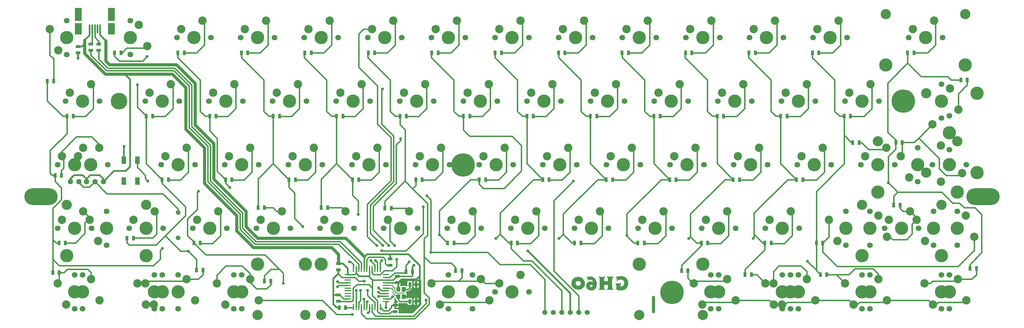
<source format=gbl>
G04 (created by PCBNEW (2012-oct-18)-testing) date Fri 26 Oct 2012 04:47:30 PM CEST*
%MOIN*%
G04 Gerber Fmt 3.4, Leading zero omitted, Abs format*
%FSLAX34Y34*%
G01*
G70*
G90*
G04 APERTURE LIST*
%ADD10C,3.93701e-06*%
%ADD11C,0.0001*%
%ADD12C,0.1567*%
%ADD13C,0.0984*%
%ADD14C,0.0669*%
%ADD15C,0.12*%
%ADD16C,0.157*%
%ADD17R,0.0453X0.0551*%
%ADD18C,0.2756*%
%ADD19O,0.3937X0.1969*%
%ADD20C,0.1969*%
%ADD21R,0.0551X0.0906*%
%ADD22C,0.055*%
%ADD23O,0.0748X0.016*%
%ADD24O,0.016X0.0748*%
%ADD25R,0.035X0.055*%
%ADD26R,0.055X0.035*%
%ADD27R,0.0807X0.1575*%
%ADD28R,0.0807X0.1378*%
%ADD29O,0.0197X0.1063*%
%ADD30C,0.063*%
%ADD31C,0.0590551*%
%ADD32C,0.035*%
%ADD33C,0.016*%
%ADD34C,0.035*%
%ADD35C,0.02*%
%ADD36C,0.01*%
%ADD37C,0.012*%
G04 APERTURE END LIST*
G54D10*
G54D11*
G36*
X66091Y-32553D02*
X66087Y-32642D01*
X66079Y-32733D01*
X66067Y-32817D01*
X66053Y-32881D01*
X66014Y-32995D01*
X65958Y-33097D01*
X65887Y-33183D01*
X65803Y-33254D01*
X65706Y-33307D01*
X65673Y-33321D01*
X65620Y-33334D01*
X65593Y-33337D01*
X65593Y-32819D01*
X65588Y-32779D01*
X65577Y-32754D01*
X65549Y-32714D01*
X65511Y-32690D01*
X65470Y-32680D01*
X65408Y-32678D01*
X65355Y-32691D01*
X65314Y-32718D01*
X65289Y-32755D01*
X65282Y-32795D01*
X65292Y-32853D01*
X65319Y-32899D01*
X65363Y-32933D01*
X65419Y-32950D01*
X65448Y-32952D01*
X65477Y-32950D01*
X65500Y-32942D01*
X65524Y-32923D01*
X65545Y-32902D01*
X65579Y-32859D01*
X65593Y-32819D01*
X65593Y-33337D01*
X65552Y-33343D01*
X65476Y-33348D01*
X65398Y-33348D01*
X65325Y-33344D01*
X65268Y-33335D01*
X65189Y-33313D01*
X65126Y-33287D01*
X65071Y-33252D01*
X65036Y-33222D01*
X64960Y-33136D01*
X64902Y-33040D01*
X64864Y-32933D01*
X64847Y-32818D01*
X64845Y-32774D01*
X64855Y-32666D01*
X64882Y-32568D01*
X64927Y-32482D01*
X64987Y-32410D01*
X65061Y-32353D01*
X65149Y-32312D01*
X65233Y-32291D01*
X65283Y-32289D01*
X65348Y-32295D01*
X65422Y-32307D01*
X65502Y-32325D01*
X65534Y-32334D01*
X65584Y-32347D01*
X65615Y-32351D01*
X65631Y-32345D01*
X65635Y-32326D01*
X65629Y-32295D01*
X65626Y-32285D01*
X65599Y-32225D01*
X65554Y-32169D01*
X65495Y-32124D01*
X65477Y-32114D01*
X65445Y-32099D01*
X65416Y-32088D01*
X65383Y-32082D01*
X65341Y-32079D01*
X65291Y-32076D01*
X65229Y-32075D01*
X65186Y-32078D01*
X65158Y-32085D01*
X65143Y-32097D01*
X65138Y-32116D01*
X65137Y-32124D01*
X65129Y-32155D01*
X65106Y-32172D01*
X65091Y-32175D01*
X65075Y-32170D01*
X65062Y-32154D01*
X65050Y-32122D01*
X65037Y-32075D01*
X65021Y-32011D01*
X64998Y-31938D01*
X64973Y-31866D01*
X64947Y-31800D01*
X64925Y-31750D01*
X64893Y-31686D01*
X64915Y-31664D01*
X64936Y-31646D01*
X64952Y-31645D01*
X64970Y-31660D01*
X64988Y-31687D01*
X65008Y-31715D01*
X65024Y-31727D01*
X65042Y-31728D01*
X65047Y-31727D01*
X65202Y-31704D01*
X65345Y-31700D01*
X65477Y-31715D01*
X65598Y-31750D01*
X65708Y-31803D01*
X65807Y-31875D01*
X65824Y-31891D01*
X65913Y-31989D01*
X65985Y-32100D01*
X66039Y-32223D01*
X66075Y-32355D01*
X66089Y-32475D01*
X66091Y-32553D01*
X66091Y-32553D01*
X66091Y-32553D01*
G37*
G36*
X69813Y-32501D02*
X69799Y-32634D01*
X69764Y-32768D01*
X69748Y-32810D01*
X69711Y-32891D01*
X69671Y-32961D01*
X69622Y-33027D01*
X69560Y-33096D01*
X69542Y-33113D01*
X69467Y-33182D01*
X69394Y-33235D01*
X69313Y-33277D01*
X69220Y-33311D01*
X69192Y-33319D01*
X69137Y-33331D01*
X69066Y-33340D01*
X68986Y-33346D01*
X68904Y-33349D01*
X68824Y-33349D01*
X68754Y-33344D01*
X68699Y-33336D01*
X68698Y-33336D01*
X68572Y-33298D01*
X68459Y-33243D01*
X68452Y-33239D01*
X68392Y-33203D01*
X68392Y-33023D01*
X68391Y-32950D01*
X68389Y-32874D01*
X68386Y-32803D01*
X68382Y-32744D01*
X68381Y-32728D01*
X68374Y-32669D01*
X68365Y-32628D01*
X68353Y-32603D01*
X68336Y-32590D01*
X68312Y-32585D01*
X68302Y-32585D01*
X68273Y-32580D01*
X68261Y-32563D01*
X68264Y-32533D01*
X68271Y-32503D01*
X68626Y-32502D01*
X68724Y-32502D01*
X68802Y-32502D01*
X68863Y-32502D01*
X68908Y-32503D01*
X68940Y-32504D01*
X68960Y-32507D01*
X68973Y-32510D01*
X68979Y-32514D01*
X68981Y-32519D01*
X68981Y-32524D01*
X68975Y-32553D01*
X68954Y-32574D01*
X68942Y-32580D01*
X68915Y-32606D01*
X68895Y-32651D01*
X68883Y-32715D01*
X68879Y-32769D01*
X68876Y-32869D01*
X68913Y-32872D01*
X68958Y-32872D01*
X69014Y-32864D01*
X69071Y-32852D01*
X69120Y-32837D01*
X69136Y-32830D01*
X69187Y-32794D01*
X69237Y-32740D01*
X69280Y-32673D01*
X69296Y-32642D01*
X69313Y-32606D01*
X69323Y-32575D01*
X69328Y-32543D01*
X69331Y-32503D01*
X69331Y-32458D01*
X69330Y-32401D01*
X69327Y-32360D01*
X69319Y-32327D01*
X69308Y-32296D01*
X69306Y-32292D01*
X69261Y-32215D01*
X69204Y-32154D01*
X69133Y-32108D01*
X69128Y-32106D01*
X69096Y-32090D01*
X69069Y-32080D01*
X69042Y-32074D01*
X69008Y-32070D01*
X68963Y-32069D01*
X68920Y-32069D01*
X68823Y-32072D01*
X68744Y-32081D01*
X68703Y-32090D01*
X68647Y-32103D01*
X68608Y-32113D01*
X68583Y-32122D01*
X68570Y-32131D01*
X68564Y-32143D01*
X68562Y-32159D01*
X68562Y-32175D01*
X68558Y-32223D01*
X68552Y-32252D01*
X68542Y-32268D01*
X68526Y-32274D01*
X68515Y-32275D01*
X68490Y-32272D01*
X68477Y-32266D01*
X68474Y-32252D01*
X68469Y-32220D01*
X68464Y-32177D01*
X68459Y-32135D01*
X68446Y-32019D01*
X68433Y-31924D01*
X68420Y-31849D01*
X68407Y-31792D01*
X68393Y-31753D01*
X68376Y-31709D01*
X68371Y-31680D01*
X68379Y-31664D01*
X68388Y-31659D01*
X68422Y-31652D01*
X68443Y-31663D01*
X68454Y-31687D01*
X68458Y-31702D01*
X68464Y-31712D01*
X68476Y-31716D01*
X68498Y-31716D01*
X68531Y-31710D01*
X68581Y-31699D01*
X68631Y-31687D01*
X68724Y-31669D01*
X68829Y-31659D01*
X68937Y-31654D01*
X69041Y-31657D01*
X69133Y-31668D01*
X69135Y-31668D01*
X69269Y-31701D01*
X69390Y-31752D01*
X69497Y-31820D01*
X69589Y-31906D01*
X69668Y-32009D01*
X69721Y-32103D01*
X69774Y-32235D01*
X69804Y-32368D01*
X69813Y-32501D01*
X69813Y-32501D01*
X69813Y-32501D01*
G37*
G36*
X68077Y-33270D02*
X68073Y-33286D01*
X68073Y-33287D01*
X68059Y-33289D01*
X68028Y-33289D01*
X67985Y-33287D01*
X67953Y-33284D01*
X67909Y-33280D01*
X67848Y-33278D01*
X67775Y-33278D01*
X67694Y-33278D01*
X67609Y-33278D01*
X67526Y-33280D01*
X67449Y-33283D01*
X67381Y-33286D01*
X67329Y-33290D01*
X67307Y-33292D01*
X67278Y-33295D01*
X67263Y-33291D01*
X67256Y-33275D01*
X67254Y-33264D01*
X67253Y-33227D01*
X67269Y-33205D01*
X67303Y-33196D01*
X67308Y-33196D01*
X67337Y-33193D01*
X67356Y-33187D01*
X67363Y-33173D01*
X67371Y-33141D01*
X67379Y-33096D01*
X67386Y-33051D01*
X67396Y-32965D01*
X67404Y-32898D01*
X67408Y-32846D01*
X67410Y-32807D01*
X67409Y-32776D01*
X67406Y-32751D01*
X67406Y-32746D01*
X67397Y-32702D01*
X67331Y-32693D01*
X67298Y-32690D01*
X67252Y-32689D01*
X67198Y-32690D01*
X67140Y-32692D01*
X67084Y-32696D01*
X67033Y-32700D01*
X66993Y-32704D01*
X66968Y-32709D01*
X66962Y-32712D01*
X66957Y-32729D01*
X66954Y-32764D01*
X66954Y-32812D01*
X66955Y-32870D01*
X66959Y-32933D01*
X66964Y-32997D01*
X66970Y-33058D01*
X66977Y-33111D01*
X66984Y-33153D01*
X66992Y-33178D01*
X66995Y-33182D01*
X67014Y-33193D01*
X67036Y-33196D01*
X67074Y-33204D01*
X67097Y-33225D01*
X67102Y-33258D01*
X67098Y-33291D01*
X66981Y-33285D01*
X66888Y-33282D01*
X66784Y-33280D01*
X66678Y-33280D01*
X66575Y-33281D01*
X66482Y-33284D01*
X66404Y-33288D01*
X66401Y-33289D01*
X66280Y-33298D01*
X66284Y-33261D01*
X66289Y-33237D01*
X66303Y-33222D01*
X66331Y-33208D01*
X66334Y-33207D01*
X66365Y-33194D01*
X66388Y-33183D01*
X66392Y-33179D01*
X66398Y-33165D01*
X66405Y-33133D01*
X66414Y-33088D01*
X66422Y-33041D01*
X66428Y-32997D01*
X66433Y-32951D01*
X66437Y-32900D01*
X66439Y-32840D01*
X66441Y-32768D01*
X66442Y-32680D01*
X66442Y-32574D01*
X66442Y-32472D01*
X66440Y-32368D01*
X66437Y-32267D01*
X66433Y-32169D01*
X66429Y-32079D01*
X66424Y-31998D01*
X66419Y-31930D01*
X66413Y-31876D01*
X66407Y-31841D01*
X66403Y-31829D01*
X66387Y-31816D01*
X66358Y-31806D01*
X66348Y-31804D01*
X66310Y-31790D01*
X66291Y-31765D01*
X66290Y-31729D01*
X66291Y-31727D01*
X66299Y-31713D01*
X66318Y-31711D01*
X66331Y-31713D01*
X66371Y-31718D01*
X66429Y-31722D01*
X66500Y-31725D01*
X66579Y-31727D01*
X66661Y-31727D01*
X66741Y-31727D01*
X66815Y-31724D01*
X66878Y-31721D01*
X66899Y-31719D01*
X66970Y-31712D01*
X67021Y-31707D01*
X67057Y-31705D01*
X67079Y-31705D01*
X67092Y-31708D01*
X67098Y-31713D01*
X67101Y-31722D01*
X67101Y-31728D01*
X67099Y-31756D01*
X67081Y-31777D01*
X67043Y-31794D01*
X67038Y-31795D01*
X67021Y-31801D01*
X67008Y-31807D01*
X66998Y-31817D01*
X66991Y-31835D01*
X66985Y-31862D01*
X66980Y-31903D01*
X66975Y-31959D01*
X66969Y-32034D01*
X66969Y-32039D01*
X66964Y-32108D01*
X66961Y-32157D01*
X66960Y-32191D01*
X66961Y-32213D01*
X66965Y-32225D01*
X66971Y-32231D01*
X66987Y-32235D01*
X67021Y-32237D01*
X67068Y-32239D01*
X67124Y-32241D01*
X67184Y-32241D01*
X67244Y-32241D01*
X67300Y-32239D01*
X67347Y-32237D01*
X67381Y-32235D01*
X67398Y-32231D01*
X67399Y-32231D01*
X67402Y-32216D01*
X67403Y-32183D01*
X67402Y-32138D01*
X67399Y-32083D01*
X67396Y-32024D01*
X67391Y-31964D01*
X67385Y-31909D01*
X67380Y-31862D01*
X67374Y-31829D01*
X67369Y-31812D01*
X67350Y-31800D01*
X67320Y-31791D01*
X67312Y-31790D01*
X67277Y-31780D01*
X67261Y-31761D01*
X67262Y-31732D01*
X67263Y-31727D01*
X67267Y-31714D01*
X67275Y-31707D01*
X67292Y-31705D01*
X67322Y-31707D01*
X67356Y-31711D01*
X67390Y-31713D01*
X67441Y-31715D01*
X67505Y-31716D01*
X67578Y-31716D01*
X67656Y-31715D01*
X67736Y-31714D01*
X67814Y-31713D01*
X67884Y-31711D01*
X67945Y-31708D01*
X67992Y-31705D01*
X68020Y-31702D01*
X68021Y-31702D01*
X68050Y-31701D01*
X68063Y-31715D01*
X68064Y-31746D01*
X68062Y-31755D01*
X68054Y-31775D01*
X68034Y-31786D01*
X68015Y-31790D01*
X67984Y-31798D01*
X67963Y-31809D01*
X67961Y-31811D01*
X67952Y-31832D01*
X67942Y-31871D01*
X67933Y-31925D01*
X67923Y-31990D01*
X67914Y-32063D01*
X67907Y-32139D01*
X67904Y-32183D01*
X67902Y-32248D01*
X67901Y-32326D01*
X67902Y-32413D01*
X67904Y-32507D01*
X67908Y-32604D01*
X67913Y-32702D01*
X67919Y-32798D01*
X67926Y-32890D01*
X67933Y-32973D01*
X67941Y-33046D01*
X67949Y-33105D01*
X67957Y-33147D01*
X67965Y-33170D01*
X67989Y-33190D01*
X68023Y-33200D01*
X68053Y-33207D01*
X68067Y-33220D01*
X68074Y-33243D01*
X68077Y-33270D01*
X68077Y-33270D01*
X68077Y-33270D01*
G37*
G36*
X64697Y-32541D02*
X64693Y-32638D01*
X64682Y-32720D01*
X64662Y-32792D01*
X64631Y-32859D01*
X64586Y-32925D01*
X64526Y-32995D01*
X64478Y-33044D01*
X64393Y-33119D01*
X64305Y-33176D01*
X64209Y-33217D01*
X64207Y-33217D01*
X64207Y-32530D01*
X64207Y-32526D01*
X64202Y-32452D01*
X64183Y-32391D01*
X64149Y-32339D01*
X64134Y-32323D01*
X64079Y-32275D01*
X64017Y-32244D01*
X63945Y-32228D01*
X63882Y-32225D01*
X63812Y-32229D01*
X63757Y-32242D01*
X63710Y-32268D01*
X63664Y-32308D01*
X63663Y-32310D01*
X63621Y-32369D01*
X63597Y-32437D01*
X63590Y-32511D01*
X63601Y-32582D01*
X63619Y-32625D01*
X63655Y-32681D01*
X63702Y-32732D01*
X63752Y-32770D01*
X63771Y-32779D01*
X63811Y-32790D01*
X63865Y-32794D01*
X63925Y-32792D01*
X63985Y-32785D01*
X64035Y-32772D01*
X64049Y-32767D01*
X64116Y-32726D01*
X64165Y-32672D01*
X64196Y-32606D01*
X64207Y-32530D01*
X64207Y-33217D01*
X64100Y-33243D01*
X64046Y-33251D01*
X63987Y-33258D01*
X63941Y-33261D01*
X63899Y-33260D01*
X63852Y-33255D01*
X63821Y-33251D01*
X63685Y-33220D01*
X63557Y-33169D01*
X63437Y-33098D01*
X63323Y-33006D01*
X63297Y-32980D01*
X63225Y-32898D01*
X63172Y-32809D01*
X63136Y-32712D01*
X63116Y-32603D01*
X63111Y-32497D01*
X63114Y-32403D01*
X63125Y-32323D01*
X63145Y-32247D01*
X63177Y-32169D01*
X63193Y-32133D01*
X63257Y-32029D01*
X63338Y-31937D01*
X63435Y-31859D01*
X63536Y-31803D01*
X63648Y-31763D01*
X63769Y-31739D01*
X63894Y-31732D01*
X64019Y-31740D01*
X64141Y-31764D01*
X64255Y-31805D01*
X64351Y-31855D01*
X64410Y-31900D01*
X64471Y-31960D01*
X64529Y-32028D01*
X64579Y-32099D01*
X64602Y-32139D01*
X64645Y-32231D01*
X64674Y-32317D01*
X64690Y-32406D01*
X64697Y-32505D01*
X64697Y-32541D01*
X64697Y-32541D01*
X64697Y-32541D01*
G37*
G54D12*
X4539Y-18504D03*
G54D13*
X5539Y-16504D03*
X3039Y-17504D03*
G54D14*
X2539Y-18504D03*
G54D12*
X6414Y-18504D03*
G54D13*
X7414Y-16504D03*
X4914Y-17504D03*
G54D14*
X8414Y-18504D03*
G54D15*
X109539Y-754D03*
G54D16*
X109539Y-6754D03*
G54D15*
X3601Y-23254D03*
G54D16*
X3601Y-29254D03*
G54D15*
X12976Y-23254D03*
G54D16*
X12976Y-29254D03*
G54D15*
X106726Y-23254D03*
G54D16*
X106726Y-29254D03*
G54D15*
X97351Y-23254D03*
G54D16*
X97351Y-29254D03*
G54D15*
X108601Y-15754D03*
G54D16*
X108601Y-21754D03*
G54D15*
X99226Y-15754D03*
G54D16*
X99226Y-21754D03*
G54D15*
X104914Y-10066D03*
G54D16*
X110914Y-10066D03*
G54D15*
X104914Y-19441D03*
G54D16*
X110914Y-19441D03*
G54D15*
X100164Y-754D03*
G54D16*
X100164Y-6754D03*
G54D15*
X71101Y-36254D03*
G54D16*
X71101Y-30254D03*
G54D15*
X31726Y-36254D03*
G54D16*
X31726Y-30254D03*
G54D15*
X26101Y-36254D03*
G54D16*
X26101Y-30254D03*
G54D15*
X33601Y-36254D03*
G54D16*
X33601Y-30254D03*
G54D15*
X78601Y-36254D03*
G54D16*
X78601Y-30254D03*
G54D17*
X42711Y-33208D03*
X42711Y-34074D03*
X43341Y-33208D03*
X43341Y-34074D03*
G54D18*
X50322Y-18547D03*
G54D19*
X574Y-22284D03*
X111630Y-22284D03*
G54D18*
X74960Y-33583D03*
X102224Y-11024D03*
G54D20*
X9771Y-11024D03*
G54D21*
X10342Y-17973D03*
X11917Y-20453D03*
X10343Y-20453D03*
X11917Y-17973D03*
G54D22*
X16726Y-24141D03*
X16726Y-27141D03*
G54D23*
X36724Y-33067D03*
X36724Y-32752D03*
X36724Y-32437D03*
X36724Y-32122D03*
X36724Y-31807D03*
X36724Y-31492D03*
X36724Y-33382D03*
X36724Y-33697D03*
X36724Y-34012D03*
X36724Y-34327D03*
X36724Y-34642D03*
X41224Y-33067D03*
X41224Y-32752D03*
X41224Y-32437D03*
X41224Y-32122D03*
X41224Y-31807D03*
X41224Y-31492D03*
X41224Y-33382D03*
X41224Y-33697D03*
X41224Y-34012D03*
X41224Y-34327D03*
X41224Y-34642D03*
G54D24*
X38974Y-30817D03*
X38974Y-35317D03*
X39289Y-30817D03*
X39289Y-35317D03*
X39604Y-35317D03*
X39604Y-30817D03*
X39919Y-30817D03*
X39919Y-35317D03*
X40234Y-35317D03*
X40234Y-30817D03*
X40549Y-30817D03*
X40549Y-35317D03*
X38659Y-35317D03*
X38659Y-30817D03*
X38344Y-30817D03*
X38344Y-35317D03*
X38029Y-35317D03*
X38029Y-30817D03*
X37714Y-30817D03*
X37714Y-35317D03*
X37399Y-35317D03*
X37399Y-30817D03*
G54D25*
X44351Y-31141D03*
X43601Y-31141D03*
X36470Y-35360D03*
X35720Y-35360D03*
G54D26*
X41726Y-30366D03*
X41726Y-29616D03*
X7376Y-5016D03*
X7376Y-4266D03*
X6426Y-5016D03*
X6426Y-4266D03*
X42576Y-31666D03*
X42576Y-32416D03*
X42337Y-35835D03*
X42337Y-35085D03*
X35626Y-30166D03*
X35626Y-30916D03*
X35626Y-34616D03*
X35626Y-33866D03*
G54D25*
X44051Y-34641D03*
X44801Y-34641D03*
X44051Y-32641D03*
X44801Y-32641D03*
G54D27*
X8856Y-787D03*
X4978Y-787D03*
G54D28*
X4978Y-2461D03*
X8856Y-2461D03*
G54D29*
X6917Y-2461D03*
X6602Y-2461D03*
X6287Y-2461D03*
X7232Y-2461D03*
X7547Y-2461D03*
G54D12*
X98289Y-26004D03*
G54D13*
X100289Y-27004D03*
X99289Y-24504D03*
G54D14*
X98289Y-24004D03*
X98289Y-28004D03*
G54D12*
X105789Y-26004D03*
G54D13*
X103789Y-25004D03*
X104789Y-27504D03*
G54D14*
X105789Y-28004D03*
X105789Y-24004D03*
G54D12*
X4539Y-26004D03*
G54D13*
X5539Y-24004D03*
X3039Y-25004D03*
G54D14*
X2539Y-26004D03*
X6539Y-26004D03*
G54D12*
X48601Y-33504D03*
G54D13*
X46601Y-32504D03*
X47601Y-35004D03*
G54D14*
X48601Y-35504D03*
X48601Y-31504D03*
G54D12*
X56101Y-33504D03*
G54D13*
X57101Y-31504D03*
X54601Y-32504D03*
G54D14*
X54101Y-33504D03*
X58101Y-33504D03*
G54D12*
X78601Y-3504D03*
G54D13*
X79601Y-1504D03*
X77101Y-2504D03*
G54D14*
X76601Y-3504D03*
X80601Y-3504D03*
G54D12*
X106726Y-33504D03*
G54D13*
X104726Y-32504D03*
X105726Y-35004D03*
G54D14*
X106726Y-35504D03*
X106726Y-31504D03*
G54D12*
X97351Y-33504D03*
G54D13*
X95351Y-32504D03*
X96351Y-35004D03*
G54D14*
X97351Y-35504D03*
X97351Y-31504D03*
G54D12*
X24226Y-33504D03*
G54D13*
X26226Y-34504D03*
X25226Y-32004D03*
G54D14*
X24226Y-31504D03*
X24226Y-35504D03*
G54D12*
X89851Y-33504D03*
G54D13*
X91851Y-34504D03*
X90851Y-32004D03*
G54D14*
X89851Y-31504D03*
X89851Y-35504D03*
G54D12*
X80476Y-33504D03*
G54D13*
X82476Y-34504D03*
X81476Y-32004D03*
G54D14*
X80476Y-31504D03*
X80476Y-35504D03*
G54D12*
X14851Y-33504D03*
G54D13*
X12851Y-32504D03*
X13851Y-35004D03*
G54D14*
X14851Y-35504D03*
X14851Y-31504D03*
G54D12*
X16726Y-33504D03*
G54D13*
X18726Y-34504D03*
X17726Y-32004D03*
G54D14*
X16726Y-31504D03*
X16726Y-35504D03*
G54D12*
X5476Y-33504D03*
G54D13*
X7476Y-34504D03*
X6476Y-32004D03*
G54D14*
X5476Y-31504D03*
X5476Y-35504D03*
G54D12*
X107664Y-14754D03*
G54D13*
X105664Y-13754D03*
X106664Y-16254D03*
G54D14*
X107664Y-16754D03*
X107664Y-12754D03*
G54D12*
X108601Y-26004D03*
G54D13*
X110601Y-27004D03*
X109601Y-24504D03*
G54D14*
X108601Y-24004D03*
X108601Y-28004D03*
G54D12*
X37351Y-11004D03*
G54D13*
X38351Y-9004D03*
X35851Y-10004D03*
G54D14*
X35351Y-11004D03*
X39351Y-11004D03*
G54D12*
X44851Y-11004D03*
G54D13*
X45851Y-9004D03*
X43351Y-10004D03*
G54D14*
X42851Y-11004D03*
X46851Y-11004D03*
G54D12*
X52351Y-11004D03*
G54D13*
X53351Y-9004D03*
X50851Y-10004D03*
G54D14*
X50351Y-11004D03*
X54351Y-11004D03*
G54D12*
X59851Y-11004D03*
G54D13*
X60851Y-9004D03*
X58351Y-10004D03*
G54D14*
X57851Y-11004D03*
X61851Y-11004D03*
G54D12*
X67351Y-11004D03*
G54D13*
X68351Y-9004D03*
X65851Y-10004D03*
G54D14*
X65351Y-11004D03*
X69351Y-11004D03*
G54D12*
X74851Y-11004D03*
G54D13*
X75851Y-9004D03*
X73351Y-10004D03*
G54D14*
X72851Y-11004D03*
X76851Y-11004D03*
G54D12*
X82351Y-11004D03*
G54D13*
X83351Y-9004D03*
X80851Y-10004D03*
G54D14*
X80351Y-11004D03*
X84351Y-11004D03*
G54D12*
X89851Y-11004D03*
G54D13*
X90851Y-9004D03*
X88351Y-10004D03*
G54D14*
X87851Y-11004D03*
X91851Y-11004D03*
G54D12*
X97351Y-11004D03*
G54D13*
X98351Y-9004D03*
X95851Y-10004D03*
G54D14*
X95351Y-11004D03*
X99351Y-11004D03*
G54D12*
X106726Y-11004D03*
G54D13*
X108726Y-12004D03*
X107726Y-9504D03*
G54D14*
X106726Y-9004D03*
X106726Y-13004D03*
G54D12*
X16726Y-18504D03*
G54D13*
X17726Y-16504D03*
X15226Y-17504D03*
G54D14*
X14726Y-18504D03*
X18726Y-18504D03*
G54D12*
X24226Y-18504D03*
G54D13*
X25226Y-16504D03*
X22726Y-17504D03*
G54D14*
X22226Y-18504D03*
X26226Y-18504D03*
G54D12*
X31726Y-18504D03*
G54D13*
X32726Y-16504D03*
X30226Y-17504D03*
G54D14*
X29726Y-18504D03*
X33726Y-18504D03*
G54D12*
X39226Y-18504D03*
G54D13*
X40226Y-16504D03*
X37726Y-17504D03*
G54D14*
X37226Y-18504D03*
X41226Y-18504D03*
G54D12*
X46726Y-18504D03*
G54D13*
X47726Y-16504D03*
X45226Y-17504D03*
G54D14*
X44726Y-18504D03*
X48726Y-18504D03*
G54D12*
X54226Y-18504D03*
G54D13*
X55226Y-16504D03*
X52726Y-17504D03*
G54D14*
X52226Y-18504D03*
X56226Y-18504D03*
G54D12*
X61726Y-18504D03*
G54D13*
X62726Y-16504D03*
X60226Y-17504D03*
G54D14*
X59726Y-18504D03*
X63726Y-18504D03*
G54D12*
X3601Y-3504D03*
G54D13*
X1601Y-2504D03*
X2601Y-5004D03*
G54D14*
X3601Y-5504D03*
X3601Y-1504D03*
G54D12*
X11101Y-3504D03*
G54D13*
X13101Y-4504D03*
X12101Y-2004D03*
G54D14*
X11101Y-1504D03*
X11101Y-5504D03*
G54D12*
X18601Y-3504D03*
G54D13*
X19601Y-1504D03*
X17101Y-2504D03*
G54D14*
X16601Y-3504D03*
X20601Y-3504D03*
G54D12*
X26101Y-3504D03*
G54D13*
X27101Y-1504D03*
X24601Y-2504D03*
G54D14*
X24101Y-3504D03*
X28101Y-3504D03*
G54D12*
X33601Y-3504D03*
G54D13*
X34601Y-1504D03*
X32101Y-2504D03*
G54D14*
X31601Y-3504D03*
X35601Y-3504D03*
G54D12*
X41101Y-3504D03*
G54D13*
X42101Y-1504D03*
X39601Y-2504D03*
G54D14*
X39101Y-3504D03*
X43101Y-3504D03*
G54D12*
X48601Y-3504D03*
G54D13*
X49601Y-1504D03*
X47101Y-2504D03*
G54D14*
X46601Y-3504D03*
X50601Y-3504D03*
G54D12*
X56101Y-3504D03*
G54D13*
X57101Y-1504D03*
X54601Y-2504D03*
G54D14*
X54101Y-3504D03*
X58101Y-3504D03*
G54D12*
X63601Y-3504D03*
G54D13*
X64601Y-1504D03*
X62101Y-2504D03*
G54D14*
X61601Y-3504D03*
X65601Y-3504D03*
G54D12*
X71101Y-3504D03*
G54D13*
X72101Y-1504D03*
X69601Y-2504D03*
G54D14*
X69101Y-3504D03*
X73101Y-3504D03*
G54D12*
X86101Y-3504D03*
G54D13*
X87101Y-1504D03*
X84601Y-2504D03*
G54D14*
X84101Y-3504D03*
X88101Y-3504D03*
G54D12*
X93601Y-3504D03*
G54D13*
X94601Y-1504D03*
X92101Y-2504D03*
G54D14*
X91601Y-3504D03*
X95601Y-3504D03*
G54D12*
X104851Y-3504D03*
G54D13*
X105851Y-1504D03*
X103351Y-2504D03*
G54D14*
X102851Y-3504D03*
X106851Y-3504D03*
G54D12*
X5476Y-11004D03*
G54D13*
X6476Y-9004D03*
X3976Y-10004D03*
G54D14*
X3476Y-11004D03*
X7476Y-11004D03*
G54D12*
X14851Y-11004D03*
G54D13*
X15851Y-9004D03*
X13351Y-10004D03*
G54D14*
X12851Y-11004D03*
X16851Y-11004D03*
G54D12*
X22351Y-11004D03*
G54D13*
X23351Y-9004D03*
X20851Y-10004D03*
G54D14*
X20351Y-11004D03*
X24351Y-11004D03*
G54D12*
X29851Y-11004D03*
G54D13*
X30851Y-9004D03*
X28351Y-10004D03*
G54D14*
X27851Y-11004D03*
X31851Y-11004D03*
G54D12*
X95476Y-26004D03*
G54D13*
X93476Y-25004D03*
X94476Y-27504D03*
G54D14*
X95476Y-28004D03*
X95476Y-24004D03*
G54D12*
X102039Y-26004D03*
G54D13*
X103039Y-24004D03*
X100539Y-25004D03*
G54D14*
X100039Y-26004D03*
X104039Y-26004D03*
G54D12*
X4539Y-33504D03*
G54D13*
X2539Y-32504D03*
X3539Y-35004D03*
G54D14*
X4539Y-35504D03*
X4539Y-31504D03*
G54D12*
X23289Y-33504D03*
G54D13*
X21289Y-32504D03*
X22289Y-35004D03*
G54D14*
X23289Y-35504D03*
X23289Y-31504D03*
G54D12*
X51414Y-33504D03*
G54D13*
X53414Y-34504D03*
X52414Y-32004D03*
G54D14*
X51414Y-31504D03*
X51414Y-35504D03*
G54D12*
X79539Y-33504D03*
G54D13*
X77539Y-32504D03*
X78539Y-35004D03*
G54D14*
X79539Y-35504D03*
X79539Y-31504D03*
G54D12*
X88914Y-33504D03*
G54D13*
X86914Y-32504D03*
X87914Y-35004D03*
G54D14*
X88914Y-35504D03*
X88914Y-31504D03*
G54D12*
X98289Y-33504D03*
G54D13*
X100289Y-34504D03*
X99289Y-32004D03*
G54D14*
X98289Y-31504D03*
X98289Y-35504D03*
G54D12*
X107664Y-33504D03*
G54D13*
X109664Y-34504D03*
X108664Y-32004D03*
G54D14*
X107664Y-31504D03*
X107664Y-35504D03*
G54D12*
X69226Y-18504D03*
G54D13*
X70226Y-16504D03*
X67726Y-17504D03*
G54D14*
X67226Y-18504D03*
X71226Y-18504D03*
G54D12*
X76726Y-18504D03*
G54D13*
X77726Y-16504D03*
X75226Y-17504D03*
G54D14*
X74726Y-18504D03*
X78726Y-18504D03*
G54D12*
X84226Y-18504D03*
G54D13*
X85226Y-16504D03*
X82726Y-17504D03*
G54D14*
X82226Y-18504D03*
X86226Y-18504D03*
G54D12*
X91726Y-18504D03*
G54D13*
X92726Y-16504D03*
X90226Y-17504D03*
G54D14*
X89726Y-18504D03*
X93726Y-18504D03*
G54D12*
X99226Y-18504D03*
G54D13*
X100226Y-16504D03*
X97726Y-17504D03*
G54D14*
X97226Y-18504D03*
X101226Y-18504D03*
G54D12*
X103914Y-18504D03*
G54D13*
X101914Y-17504D03*
X102914Y-20004D03*
G54D14*
X103914Y-20504D03*
X103914Y-16504D03*
G54D12*
X8289Y-26004D03*
G54D13*
X6289Y-25004D03*
X7289Y-27504D03*
G54D14*
X8289Y-28004D03*
X8289Y-24004D03*
G54D12*
X12976Y-26004D03*
G54D13*
X13976Y-24004D03*
X11476Y-25004D03*
G54D14*
X10976Y-26004D03*
X14976Y-26004D03*
G54D12*
X20476Y-26004D03*
G54D13*
X21476Y-24004D03*
X18976Y-25004D03*
G54D14*
X18476Y-26004D03*
X22476Y-26004D03*
G54D12*
X27976Y-26004D03*
G54D13*
X28976Y-24004D03*
X26476Y-25004D03*
G54D14*
X25976Y-26004D03*
X29976Y-26004D03*
G54D12*
X42976Y-26004D03*
G54D13*
X43976Y-24004D03*
X41476Y-25004D03*
G54D14*
X40976Y-26004D03*
X44976Y-26004D03*
G54D12*
X50476Y-26004D03*
G54D13*
X51476Y-24004D03*
X48976Y-25004D03*
G54D14*
X48476Y-26004D03*
X52476Y-26004D03*
G54D12*
X57976Y-26004D03*
G54D13*
X58976Y-24004D03*
X56476Y-25004D03*
G54D14*
X55976Y-26004D03*
X59976Y-26004D03*
G54D12*
X65476Y-26004D03*
G54D13*
X66476Y-24004D03*
X63976Y-25004D03*
G54D14*
X63476Y-26004D03*
X67476Y-26004D03*
G54D12*
X72976Y-26004D03*
G54D13*
X73976Y-24004D03*
X71476Y-25004D03*
G54D14*
X70976Y-26004D03*
X74976Y-26004D03*
G54D12*
X80476Y-26004D03*
G54D13*
X81476Y-24004D03*
X78976Y-25004D03*
G54D14*
X78476Y-26004D03*
X82476Y-26004D03*
G54D12*
X87976Y-26004D03*
G54D13*
X88976Y-24004D03*
X86476Y-25004D03*
G54D14*
X85976Y-26004D03*
X89976Y-26004D03*
G54D12*
X13914Y-33504D03*
G54D13*
X11914Y-32504D03*
X12914Y-35004D03*
G54D14*
X13914Y-35504D03*
X13914Y-31504D03*
G54D12*
X87976Y-33504D03*
G54D13*
X85976Y-32504D03*
X86976Y-35004D03*
G54D14*
X87976Y-35504D03*
X87976Y-31504D03*
G54D12*
X35476Y-26004D03*
G54D13*
X36476Y-24004D03*
X33976Y-25004D03*
G54D14*
X33476Y-26004D03*
X37476Y-26004D03*
G54D30*
X4039Y-20504D03*
X5039Y-20504D03*
X5914Y-20504D03*
X6914Y-20504D03*
X7914Y-20504D03*
X6914Y-20504D03*
G54D25*
X69074Y-5299D03*
X69824Y-5299D03*
X65334Y-12779D03*
X66084Y-12779D03*
X67204Y-20259D03*
X67954Y-20259D03*
X35413Y-12779D03*
X36163Y-12779D03*
X59724Y-20259D03*
X60474Y-20259D03*
X57853Y-12779D03*
X58603Y-12779D03*
X61594Y-5299D03*
X62344Y-5299D03*
X54113Y-5299D03*
X54863Y-5299D03*
X50373Y-12779D03*
X51123Y-12779D03*
X52243Y-20259D03*
X52993Y-20259D03*
X37283Y-20259D03*
X38033Y-20259D03*
X1301Y-8641D03*
X2051Y-8641D03*
X46633Y-5299D03*
X47383Y-5299D03*
X31672Y-5299D03*
X32422Y-5299D03*
X26151Y-23591D03*
X26901Y-23591D03*
X29802Y-20259D03*
X30552Y-20259D03*
X27932Y-12779D03*
X28682Y-12779D03*
X24192Y-5299D03*
X24942Y-5299D03*
X41101Y-23641D03*
X41851Y-23641D03*
X44763Y-20259D03*
X45513Y-20259D03*
X42893Y-12779D03*
X43643Y-12779D03*
X39153Y-5299D03*
X39903Y-5299D03*
X18582Y-27740D03*
X19332Y-27740D03*
X10701Y-27191D03*
X11451Y-27191D03*
X22322Y-20259D03*
X23072Y-20259D03*
X20452Y-12779D03*
X21202Y-12779D03*
X14842Y-20259D03*
X15592Y-20259D03*
X12972Y-12779D03*
X13722Y-12779D03*
X2686Y-27740D03*
X3436Y-27740D03*
X3621Y-12779D03*
X4371Y-12779D03*
X16712Y-5299D03*
X17462Y-5299D03*
X9231Y-5299D03*
X9981Y-5299D03*
X2219Y-19792D03*
X2969Y-19792D03*
X49438Y-31012D03*
X50188Y-31012D03*
X26901Y-32241D03*
X27651Y-32241D03*
X18901Y-30941D03*
X19651Y-30941D03*
X1951Y-31241D03*
X2701Y-31241D03*
X55983Y-27740D03*
X56733Y-27740D03*
X48503Y-27740D03*
X49253Y-27740D03*
X33601Y-23591D03*
X34351Y-23591D03*
X84035Y-5299D03*
X84785Y-5299D03*
X91515Y-5299D03*
X92265Y-5299D03*
X102735Y-5299D03*
X103485Y-5299D03*
X87775Y-12779D03*
X88525Y-12779D03*
X95255Y-12779D03*
X96005Y-12779D03*
X109026Y-8516D03*
X109776Y-8516D03*
X82164Y-20259D03*
X82914Y-20259D03*
X89645Y-20259D03*
X90395Y-20259D03*
X96270Y-15910D03*
X97020Y-15910D03*
X101351Y-15891D03*
X102101Y-15891D03*
X76087Y-31012D03*
X76837Y-31012D03*
X83567Y-31480D03*
X84317Y-31480D03*
X92450Y-31480D03*
X93200Y-31480D03*
X110101Y-30741D03*
X110851Y-30741D03*
X101101Y-23291D03*
X101851Y-23291D03*
X91982Y-27740D03*
X92732Y-27740D03*
X85905Y-27740D03*
X86655Y-27740D03*
X78424Y-27740D03*
X79174Y-27740D03*
X70944Y-27740D03*
X71694Y-27740D03*
X63464Y-27740D03*
X64214Y-27740D03*
X80294Y-12779D03*
X81044Y-12779D03*
X76554Y-5299D03*
X77304Y-5299D03*
X72814Y-12779D03*
X73564Y-12779D03*
X74684Y-20259D03*
X75434Y-20259D03*
G54D26*
X4926Y-4566D03*
X4926Y-5316D03*
G54D12*
X107663Y-18503D03*
G54D13*
X106663Y-20503D03*
X109163Y-19503D03*
G54D14*
X109663Y-18503D03*
X105663Y-18503D03*
G54D31*
X64976Y-35941D03*
X60976Y-35941D03*
X62976Y-35941D03*
X59976Y-35941D03*
X61976Y-35941D03*
X63976Y-35941D03*
G54D32*
X43376Y-32391D03*
X44276Y-33741D03*
X39995Y-29810D03*
X14876Y-28391D03*
X35545Y-32310D03*
X38645Y-34360D03*
X69626Y-26841D03*
X76945Y-27210D03*
X39045Y-34660D03*
X39126Y-35991D03*
X84545Y-27210D03*
X90945Y-29910D03*
X45976Y-34466D03*
X63326Y-20441D03*
X40726Y-29816D03*
X40726Y-28641D03*
X45626Y-23491D03*
X100476Y-20641D03*
X35545Y-32910D03*
X13076Y-5741D03*
X17945Y-28710D03*
X11926Y-9091D03*
X19126Y-21641D03*
X36945Y-29960D03*
X29145Y-32510D03*
X22845Y-21210D03*
X37726Y-33341D03*
X31445Y-25810D03*
X38226Y-33341D03*
X37976Y-24391D03*
X39076Y-33341D03*
X47526Y-26791D03*
X54195Y-27210D03*
X39476Y-29811D03*
X42495Y-29660D03*
X61645Y-27210D03*
X40376Y-33041D03*
X40176Y-28041D03*
X40826Y-9591D03*
X40876Y-28041D03*
X40376Y-33541D03*
X42976Y-15441D03*
X41576Y-28041D03*
X40376Y-34041D03*
X42026Y-34091D03*
X42251Y-28041D03*
X37276Y-36191D03*
X41245Y-35360D03*
X46526Y-28841D03*
X43976Y-29991D03*
X46076Y-22191D03*
X13176Y-20441D03*
X72776Y-35841D03*
X72776Y-34141D03*
X26426Y-27160D03*
X18776Y-12841D03*
X38676Y-32241D03*
X38695Y-29360D03*
X11376Y-6710D03*
X4926Y-5941D03*
X10376Y-16341D03*
X57976Y-28691D03*
X44526Y-30391D03*
G54D33*
X40234Y-30049D02*
X39995Y-29810D01*
X40234Y-30817D02*
X40234Y-30049D01*
X3621Y-12779D02*
X3621Y-14834D01*
X1970Y-23647D02*
X2976Y-22641D01*
X1970Y-27335D02*
X1976Y-27341D01*
X1976Y-27341D02*
X1970Y-27341D01*
X2695Y-30410D02*
X1970Y-29685D01*
X3145Y-30410D02*
X2695Y-30410D01*
X2976Y-21241D02*
X2219Y-20484D01*
X3114Y-12779D02*
X3621Y-12779D01*
X2686Y-27740D02*
X2375Y-27740D01*
X1645Y-16810D02*
X1645Y-19510D01*
X6345Y-30410D02*
X6445Y-30410D01*
X1970Y-27341D02*
X1970Y-23647D01*
X1927Y-19792D02*
X2219Y-19792D01*
X1301Y-10966D02*
X1370Y-11035D01*
X14626Y-29629D02*
X14626Y-28641D01*
X1970Y-30735D02*
X1951Y-31241D01*
X14626Y-28641D02*
X14876Y-28391D01*
X2219Y-19792D02*
X2219Y-20484D01*
X1370Y-11035D02*
X3114Y-12779D01*
X2375Y-27740D02*
X1970Y-27335D01*
X8545Y-30410D02*
X13845Y-30410D01*
X1970Y-30735D02*
X1970Y-29685D01*
X1970Y-27435D02*
X1970Y-29685D01*
X2976Y-22641D02*
X2976Y-21241D01*
X3621Y-14834D02*
X1645Y-16810D01*
X1645Y-19510D02*
X1927Y-19792D01*
X6445Y-30410D02*
X3145Y-30410D01*
X1301Y-8641D02*
X1301Y-10966D01*
X6445Y-30410D02*
X8545Y-30410D01*
X1970Y-27435D02*
X1970Y-27341D01*
X35672Y-32437D02*
X35545Y-32310D01*
X13845Y-30410D02*
X14626Y-29629D01*
X35672Y-32437D02*
X36724Y-32437D01*
X1970Y-30735D02*
X1970Y-30735D01*
X71745Y-12210D02*
X72314Y-12779D01*
X72314Y-12779D02*
X72852Y-12779D01*
X69112Y-5299D02*
X69112Y-5877D01*
X69112Y-5877D02*
X71745Y-8510D01*
X71745Y-8510D02*
X71745Y-12210D01*
X38659Y-35317D02*
X38659Y-34374D01*
X38659Y-34374D02*
X38645Y-34360D01*
X69626Y-26841D02*
X69645Y-26841D01*
X69645Y-26841D02*
X69645Y-26910D01*
X69645Y-24310D02*
X69645Y-26910D01*
X72814Y-18389D02*
X74684Y-20259D01*
X74684Y-20259D02*
X73696Y-20259D01*
X73696Y-20259D02*
X69645Y-24310D01*
X70475Y-27740D02*
X69645Y-26910D01*
X72814Y-12779D02*
X72814Y-18389D01*
X70944Y-27740D02*
X70475Y-27740D01*
X79145Y-12210D02*
X79714Y-12779D01*
X79714Y-12779D02*
X80252Y-12779D01*
X76512Y-5299D02*
X76512Y-5877D01*
X76512Y-5877D02*
X79145Y-8510D01*
X79145Y-8510D02*
X79145Y-12210D01*
X80294Y-12779D02*
X80294Y-18389D01*
X38974Y-34731D02*
X38974Y-35317D01*
X39045Y-34660D02*
X38974Y-34731D01*
X77145Y-24310D02*
X77145Y-27010D01*
X80294Y-18389D02*
X82164Y-20259D01*
X82164Y-20259D02*
X81196Y-20259D01*
X81196Y-20259D02*
X77145Y-24310D01*
X77875Y-27740D02*
X77145Y-27010D01*
X78424Y-27740D02*
X77875Y-27740D01*
X78424Y-28031D02*
X76087Y-30368D01*
X76087Y-30368D02*
X76087Y-31012D01*
X78424Y-27740D02*
X78424Y-28031D01*
X77145Y-27010D02*
X76945Y-27210D01*
X86645Y-12210D02*
X87214Y-12779D01*
X87214Y-12779D02*
X87752Y-12779D01*
X84012Y-5299D02*
X84012Y-5877D01*
X84012Y-5877D02*
X86645Y-8510D01*
X86645Y-8510D02*
X86645Y-12210D01*
X84645Y-26710D02*
X84645Y-27110D01*
X39289Y-35816D02*
X39289Y-35317D01*
X84645Y-27110D02*
X84545Y-27210D01*
X39289Y-35816D02*
X39126Y-35991D01*
X85675Y-27740D02*
X84645Y-26710D01*
X85905Y-27740D02*
X85905Y-28550D01*
X87775Y-18389D02*
X89645Y-20259D01*
X88596Y-20259D02*
X84645Y-24210D01*
X85905Y-27740D02*
X85675Y-27740D01*
X85905Y-28550D02*
X83567Y-30888D01*
X83567Y-30888D02*
X83567Y-31480D01*
X89645Y-20259D02*
X88596Y-20259D01*
X84645Y-24210D02*
X84645Y-26710D01*
X87775Y-12779D02*
X87775Y-18389D01*
X94145Y-12210D02*
X94714Y-12779D01*
X94714Y-12779D02*
X95252Y-12779D01*
X91512Y-5299D02*
X91512Y-5877D01*
X91512Y-5877D02*
X94145Y-8510D01*
X94145Y-8510D02*
X94145Y-12210D01*
X91982Y-30947D02*
X91982Y-31012D01*
X90945Y-29910D02*
X91982Y-30947D01*
X45976Y-34879D02*
X45976Y-34466D01*
X45845Y-35010D02*
X45976Y-34879D01*
X44495Y-36360D02*
X45845Y-35010D01*
X40045Y-36360D02*
X44495Y-36360D01*
X39604Y-35317D02*
X39604Y-35919D01*
X39604Y-35919D02*
X40045Y-36360D01*
X91982Y-27740D02*
X91982Y-31012D01*
X95255Y-15020D02*
X95255Y-18389D01*
X96145Y-15910D02*
X95255Y-15020D01*
X96270Y-15910D02*
X96145Y-15910D01*
X91982Y-31012D02*
X92450Y-31480D01*
X95255Y-12779D02*
X95255Y-15020D01*
X91982Y-27740D02*
X91982Y-21662D01*
X91982Y-21662D02*
X95255Y-18389D01*
X61026Y-26341D02*
X61026Y-31041D01*
X63326Y-20441D02*
X61026Y-22741D01*
X61026Y-26341D02*
X61026Y-22741D01*
X63976Y-33991D02*
X63976Y-35941D01*
X61026Y-31041D02*
X63976Y-33991D01*
X45626Y-26641D02*
X45626Y-23491D01*
X40745Y-28660D02*
X43607Y-28660D01*
X40726Y-28641D02*
X40745Y-28660D01*
X40549Y-29993D02*
X40726Y-29816D01*
X40549Y-30817D02*
X40549Y-30206D01*
X40549Y-30206D02*
X40549Y-29993D01*
X43607Y-28660D02*
X45626Y-26641D01*
X101101Y-23291D02*
X101101Y-22216D01*
X109426Y-23591D02*
X108876Y-23041D01*
X110676Y-23591D02*
X109426Y-23591D01*
X111476Y-24391D02*
X110676Y-23591D01*
X111476Y-28891D02*
X111476Y-24391D01*
X110101Y-30266D02*
X111476Y-28891D01*
X101576Y-21741D02*
X102876Y-21741D01*
X102733Y-6522D02*
X104327Y-8116D01*
X101101Y-22216D02*
X101576Y-21741D01*
X100476Y-20641D02*
X100476Y-17541D01*
X100476Y-20641D02*
X101326Y-21491D01*
X102735Y-5299D02*
X102735Y-6520D01*
X101333Y-16684D02*
X100476Y-17541D01*
X110101Y-30766D02*
X110101Y-30741D01*
X100395Y-8860D02*
X100395Y-14646D01*
X102733Y-6522D02*
X100395Y-8860D01*
X102735Y-6520D02*
X102733Y-6522D01*
X104327Y-8116D02*
X107451Y-8116D01*
X107451Y-8116D02*
X107851Y-8516D01*
X107851Y-8516D02*
X109026Y-8516D01*
X101326Y-21491D02*
X101333Y-21498D01*
X108876Y-23041D02*
X108076Y-23041D01*
X108076Y-23041D02*
X106776Y-21741D01*
X106776Y-21741D02*
X102876Y-21741D01*
X101326Y-21491D02*
X101576Y-21741D01*
X101333Y-15909D02*
X101351Y-15891D01*
X101333Y-16684D02*
X101333Y-15909D01*
X101351Y-15602D02*
X101351Y-15891D01*
X100395Y-14646D02*
X100445Y-14696D01*
X100445Y-14696D02*
X101351Y-15602D01*
X110101Y-30741D02*
X110101Y-30266D01*
X11726Y-27991D02*
X14114Y-27991D01*
X15114Y-26991D02*
X15076Y-27029D01*
X10976Y-27991D02*
X10701Y-27716D01*
X11726Y-27991D02*
X10976Y-27991D01*
X10701Y-27716D02*
X10701Y-27191D01*
X14995Y-27110D02*
X15076Y-27029D01*
X14995Y-27110D02*
X14164Y-27941D01*
X14114Y-27991D02*
X14164Y-27941D01*
X11926Y-11691D02*
X11926Y-9091D01*
X15276Y-26829D02*
X15777Y-26328D01*
X11945Y-11710D02*
X11926Y-11691D01*
X17945Y-28710D02*
X17046Y-28710D01*
X11795Y-6260D02*
X12557Y-6260D01*
X9231Y-5696D02*
X9231Y-5299D01*
X12972Y-12779D02*
X12972Y-12737D01*
X13076Y-5741D02*
X12557Y-6260D01*
X9231Y-5696D02*
X9795Y-6260D01*
X12972Y-12779D02*
X12972Y-18389D01*
X15777Y-27442D02*
X15777Y-27441D01*
X15777Y-27441D02*
X17046Y-28710D01*
X35703Y-32752D02*
X36724Y-32752D01*
X12972Y-18389D02*
X14842Y-20259D01*
X35703Y-32752D02*
X35545Y-32910D01*
X11945Y-11710D02*
X12972Y-12737D01*
X15326Y-26991D02*
X15114Y-26991D01*
X17945Y-28710D02*
X18901Y-29666D01*
X18901Y-29666D02*
X18901Y-30941D01*
X15777Y-27442D02*
X15445Y-27110D01*
X15445Y-27110D02*
X15326Y-26991D01*
X15114Y-26991D02*
X15276Y-26829D01*
X15777Y-26328D02*
X17595Y-24510D01*
X9795Y-6260D02*
X11795Y-6260D01*
X14842Y-20707D02*
X17595Y-23460D01*
X17595Y-23460D02*
X17595Y-24510D01*
X14842Y-20707D02*
X14842Y-20259D01*
X19345Y-8510D02*
X19345Y-12210D01*
X16712Y-5877D02*
X19345Y-8510D01*
X16712Y-5299D02*
X16712Y-5877D01*
X19914Y-12779D02*
X20452Y-12779D01*
X19345Y-12210D02*
X19914Y-12779D01*
X22322Y-20687D02*
X22322Y-20259D01*
X22322Y-20687D02*
X22845Y-21210D01*
X21345Y-19282D02*
X22322Y-20259D01*
X37095Y-29960D02*
X37399Y-30264D01*
X37399Y-30264D02*
X37399Y-30817D01*
X20452Y-14517D02*
X21345Y-15410D01*
X21345Y-15410D02*
X21345Y-19282D01*
X20452Y-12779D02*
X20452Y-14517D01*
X18995Y-21772D02*
X19126Y-21641D01*
X28676Y-30841D02*
X29145Y-31310D01*
X29145Y-31310D02*
X29145Y-32510D01*
X27676Y-30841D02*
X28676Y-30841D01*
X26901Y-32241D02*
X26901Y-31616D01*
X26901Y-31616D02*
X27676Y-30841D01*
X18582Y-27740D02*
X19983Y-29141D01*
X26976Y-29141D02*
X28676Y-30841D01*
X19983Y-29141D02*
X26976Y-29141D01*
X36945Y-29960D02*
X37095Y-29960D01*
X18582Y-27740D02*
X18582Y-27597D01*
X17845Y-24910D02*
X18995Y-23760D01*
X17845Y-26860D02*
X17845Y-24910D01*
X18582Y-27597D02*
X17845Y-26860D01*
X18995Y-23760D02*
X18995Y-22160D01*
X18995Y-22160D02*
X18995Y-21772D01*
X26845Y-12210D02*
X27414Y-12779D01*
X27414Y-12779D02*
X27952Y-12779D01*
X24212Y-5299D02*
X24212Y-5877D01*
X24212Y-5877D02*
X26845Y-8510D01*
X26845Y-8510D02*
X26845Y-12210D01*
X26151Y-20170D02*
X26151Y-23591D01*
X27932Y-18389D02*
X26151Y-20170D01*
X27932Y-12779D02*
X27932Y-18389D01*
X27932Y-18389D02*
X29802Y-20259D01*
X31445Y-25810D02*
X30476Y-24841D01*
X37726Y-33341D02*
X37714Y-33353D01*
X37714Y-33353D02*
X37714Y-33391D01*
X37714Y-35317D02*
X37714Y-34629D01*
X37714Y-34629D02*
X37714Y-33391D01*
X29802Y-21167D02*
X29802Y-20259D01*
X30476Y-21841D02*
X29802Y-21167D01*
X30476Y-24841D02*
X30476Y-21841D01*
X34245Y-12210D02*
X34814Y-12779D01*
X34814Y-12779D02*
X35352Y-12779D01*
X31612Y-5299D02*
X31612Y-5877D01*
X31612Y-5877D02*
X34245Y-8510D01*
X34245Y-8510D02*
X34245Y-12210D01*
X37976Y-22791D02*
X37976Y-24391D01*
X37283Y-22098D02*
X37976Y-22791D01*
X37283Y-22098D02*
X37283Y-20259D01*
X33601Y-20201D02*
X33601Y-23591D01*
X35413Y-18389D02*
X33601Y-20201D01*
X35413Y-18389D02*
X37283Y-20259D01*
X35413Y-12779D02*
X35413Y-18389D01*
X38029Y-34726D02*
X38220Y-34535D01*
X38029Y-35317D02*
X38029Y-34726D01*
X38220Y-33347D02*
X38220Y-34535D01*
X38226Y-33341D02*
X38220Y-33347D01*
X48264Y-30110D02*
X48945Y-30110D01*
X48261Y-30107D02*
X48264Y-30110D01*
X45745Y-29360D02*
X46492Y-30107D01*
X48261Y-30107D02*
X46492Y-30107D01*
X49438Y-30603D02*
X49438Y-31012D01*
X48945Y-30110D02*
X49438Y-30603D01*
X43493Y-17241D02*
X43493Y-14379D01*
X42893Y-13779D02*
X42893Y-12779D01*
X43493Y-14379D02*
X42893Y-13779D01*
X41745Y-12210D02*
X42314Y-12779D01*
X42314Y-12779D02*
X42852Y-12779D01*
X39112Y-5299D02*
X39112Y-5877D01*
X39112Y-5877D02*
X41745Y-8510D01*
X41745Y-8510D02*
X41745Y-12210D01*
X45745Y-29610D02*
X45745Y-29360D01*
X38344Y-36059D02*
X38945Y-36660D01*
X46345Y-34710D02*
X46345Y-34210D01*
X46345Y-34210D02*
X45745Y-33610D01*
X45745Y-33610D02*
X45745Y-29610D01*
X38344Y-35317D02*
X38344Y-35959D01*
X46345Y-34960D02*
X46345Y-34710D01*
X44645Y-36660D02*
X46345Y-34960D01*
X38945Y-36660D02*
X44645Y-36660D01*
X38344Y-35959D02*
X38344Y-36059D01*
X45745Y-29360D02*
X45745Y-27222D01*
X45745Y-27222D02*
X46126Y-26841D01*
X46126Y-26841D02*
X46126Y-23091D01*
X46126Y-23091D02*
X44376Y-21341D01*
X44763Y-20259D02*
X44763Y-20954D01*
X44763Y-20954D02*
X44376Y-21341D01*
X44376Y-21341D02*
X43493Y-20458D01*
X41101Y-23641D02*
X41101Y-22816D01*
X43493Y-20424D02*
X43493Y-20458D01*
X41101Y-22816D02*
X43493Y-20424D01*
X43493Y-17224D02*
X43493Y-17241D01*
X43493Y-17241D02*
X43493Y-18989D01*
X43493Y-18989D02*
X43493Y-20458D01*
X49245Y-12210D02*
X49814Y-12779D01*
X49814Y-12779D02*
X50352Y-12779D01*
X46612Y-5299D02*
X46612Y-5877D01*
X46612Y-5877D02*
X49245Y-8510D01*
X49245Y-8510D02*
X49245Y-12210D01*
X50373Y-14425D02*
X51090Y-15142D01*
X52243Y-20259D02*
X51196Y-20259D01*
X51196Y-20259D02*
X47526Y-23929D01*
X47526Y-23929D02*
X47526Y-26763D01*
X47526Y-26763D02*
X48503Y-27740D01*
X50373Y-12779D02*
X50373Y-14425D01*
X52243Y-20803D02*
X52243Y-20259D01*
X52739Y-21299D02*
X52243Y-20803D01*
X55161Y-21299D02*
X52739Y-21299D01*
X57204Y-19256D02*
X55161Y-21299D01*
X57204Y-16236D02*
X57204Y-19256D01*
X39076Y-33941D02*
X39919Y-34784D01*
X39076Y-33941D02*
X39076Y-33341D01*
X39919Y-35317D02*
X39919Y-34784D01*
X47526Y-26791D02*
X47526Y-26763D01*
X56110Y-15142D02*
X57204Y-16236D01*
X51090Y-15142D02*
X56110Y-15142D01*
X56745Y-12210D02*
X57314Y-12779D01*
X57314Y-12779D02*
X57852Y-12779D01*
X54112Y-5299D02*
X54112Y-5877D01*
X54112Y-5877D02*
X56745Y-8510D01*
X56745Y-8510D02*
X56745Y-12210D01*
X39919Y-30334D02*
X39476Y-29891D01*
X39919Y-30334D02*
X39919Y-30817D01*
X54695Y-26710D02*
X54195Y-27210D01*
X39476Y-29891D02*
X39476Y-29811D01*
X58426Y-29841D02*
X61976Y-33391D01*
X61976Y-35941D02*
X61976Y-33391D01*
X55983Y-28398D02*
X55983Y-27740D01*
X57426Y-29841D02*
X55983Y-28398D01*
X58426Y-29841D02*
X57426Y-29841D01*
X55983Y-27740D02*
X55725Y-27740D01*
X57853Y-12779D02*
X57853Y-18388D01*
X57853Y-18388D02*
X59724Y-20259D01*
X55725Y-27740D02*
X54695Y-26710D01*
X58646Y-20259D02*
X54695Y-24210D01*
X58646Y-20259D02*
X59724Y-20259D01*
X54695Y-24210D02*
X54695Y-26710D01*
X64245Y-12210D02*
X64814Y-12779D01*
X64814Y-12779D02*
X65352Y-12779D01*
X61612Y-5299D02*
X61612Y-5877D01*
X61612Y-5877D02*
X64245Y-8510D01*
X64245Y-8510D02*
X64245Y-12210D01*
X42495Y-30522D02*
X42495Y-29660D01*
X39776Y-31491D02*
X40564Y-31491D01*
X40564Y-31491D02*
X41045Y-31010D01*
X39604Y-31319D02*
X39604Y-30817D01*
X39776Y-31491D02*
X39604Y-31319D01*
X41045Y-31010D02*
X42007Y-31010D01*
X42007Y-31010D02*
X42495Y-30522D01*
X62145Y-24310D02*
X62145Y-26710D01*
X66196Y-20259D02*
X62145Y-24310D01*
X65334Y-12779D02*
X65334Y-18389D01*
X65334Y-18389D02*
X67204Y-20259D01*
X63464Y-27740D02*
X63175Y-27740D01*
X63175Y-27740D02*
X62145Y-26710D01*
X67204Y-20259D02*
X66196Y-20259D01*
X62145Y-26710D02*
X61645Y-27210D01*
X39045Y-26960D02*
X40126Y-28041D01*
X40126Y-28041D02*
X40176Y-28041D01*
X40717Y-33382D02*
X40376Y-33041D01*
X39045Y-26960D02*
X39045Y-23160D01*
X38613Y-2504D02*
X39601Y-2504D01*
X39045Y-23160D02*
X41845Y-20360D01*
X41224Y-33382D02*
X40717Y-33382D01*
X41845Y-15310D02*
X41845Y-20360D01*
X40245Y-9210D02*
X40245Y-13710D01*
X38045Y-7010D02*
X38045Y-3072D01*
X38045Y-3072D02*
X38613Y-2504D01*
X38045Y-7010D02*
X40245Y-9210D01*
X40245Y-13710D02*
X41845Y-15310D01*
X40482Y-33697D02*
X41224Y-33697D01*
X40376Y-33541D02*
X40482Y-33697D01*
X40745Y-13710D02*
X40745Y-10310D01*
X39395Y-23260D02*
X39395Y-26610D01*
X39395Y-26610D02*
X40876Y-28041D01*
X41545Y-21110D02*
X42145Y-20510D01*
X42145Y-15110D02*
X40745Y-13710D01*
X40745Y-10310D02*
X40745Y-10010D01*
X42145Y-20510D02*
X42145Y-15110D01*
X41545Y-21110D02*
X39395Y-23260D01*
X40745Y-10010D02*
X40745Y-9672D01*
X40745Y-9672D02*
X40826Y-9591D01*
X40576Y-34012D02*
X40405Y-34012D01*
X42445Y-16172D02*
X42976Y-15641D01*
X42445Y-17510D02*
X42445Y-16172D01*
X41245Y-21910D02*
X39745Y-23410D01*
X39745Y-23410D02*
X39745Y-26010D01*
X39745Y-26210D02*
X41576Y-28041D01*
X40555Y-34012D02*
X40576Y-34012D01*
X40405Y-34012D02*
X40376Y-34041D01*
X39745Y-26010D02*
X39745Y-26210D01*
X41245Y-21910D02*
X42445Y-20710D01*
X42445Y-17610D02*
X42445Y-17510D01*
X42445Y-20710D02*
X42445Y-17610D01*
X42976Y-15641D02*
X42976Y-15441D01*
X40576Y-34012D02*
X41224Y-34012D01*
X42251Y-28041D02*
X41695Y-27485D01*
X41695Y-27485D02*
X41695Y-26760D01*
X41695Y-26760D02*
X41695Y-25302D01*
X41995Y-34072D02*
X42026Y-34091D01*
X41224Y-34327D02*
X41740Y-34327D01*
X41695Y-25302D02*
X41476Y-25004D01*
X41740Y-34327D02*
X41995Y-34072D01*
X33739Y-34504D02*
X26226Y-34504D01*
X35426Y-36191D02*
X33739Y-34504D01*
X37276Y-36191D02*
X35426Y-36191D01*
X86976Y-35004D02*
X87914Y-35004D01*
X105726Y-35004D02*
X106113Y-35004D01*
X91851Y-34504D02*
X95851Y-34504D01*
X47864Y-34741D02*
X53177Y-34741D01*
X53177Y-34741D02*
X53414Y-34504D01*
X106113Y-35004D02*
X106376Y-34741D01*
X100289Y-34504D02*
X105226Y-34504D01*
X105226Y-34504D02*
X105726Y-35004D01*
X97076Y-34741D02*
X100052Y-34741D01*
X100052Y-34741D02*
X100289Y-34504D01*
X96351Y-35004D02*
X96813Y-35004D01*
X96813Y-35004D02*
X97076Y-34741D01*
X87914Y-35004D02*
X88005Y-34850D01*
X100152Y-34641D02*
X100289Y-34504D01*
X78539Y-35004D02*
X78802Y-34741D01*
X78802Y-34741D02*
X82239Y-34741D01*
X82239Y-34741D02*
X82476Y-34504D01*
X86476Y-34504D02*
X82476Y-34504D01*
X86976Y-35004D02*
X86476Y-34504D01*
X78539Y-35004D02*
X78705Y-34850D01*
X41224Y-34642D02*
X41477Y-34642D01*
X41245Y-34663D02*
X41224Y-34642D01*
X41245Y-35360D02*
X41245Y-34663D01*
X91614Y-34741D02*
X91851Y-34504D01*
X109427Y-34741D02*
X109664Y-34504D01*
X88576Y-34741D02*
X91614Y-34741D01*
X88313Y-35004D02*
X88576Y-34741D01*
X87914Y-35004D02*
X88313Y-35004D01*
X47601Y-35004D02*
X47864Y-34741D01*
X95851Y-34504D02*
X96351Y-35004D01*
X106376Y-34741D02*
X109427Y-34741D01*
X105726Y-35004D02*
X105705Y-34850D01*
X54676Y-30291D02*
X58226Y-30291D01*
X54676Y-30291D02*
X53226Y-28841D01*
X46526Y-28841D02*
X53226Y-28841D01*
X59976Y-32041D02*
X59976Y-35941D01*
X58226Y-30291D02*
X59976Y-32041D01*
X46526Y-28841D02*
X46526Y-22641D01*
X46526Y-22641D02*
X46076Y-22191D01*
X43987Y-30002D02*
X43976Y-29991D01*
X43976Y-29991D02*
X43601Y-30366D01*
X13176Y-20441D02*
X12876Y-20141D01*
X12876Y-20141D02*
X12876Y-19782D01*
X12876Y-19782D02*
X11917Y-18823D01*
X11917Y-17973D02*
X11917Y-18823D01*
X43601Y-30366D02*
X43601Y-31141D01*
X42257Y-31260D02*
X43482Y-31260D01*
X43482Y-31260D02*
X43601Y-31141D01*
X41224Y-31807D02*
X41710Y-31807D01*
X41710Y-31807D02*
X42257Y-31260D01*
X41224Y-31807D02*
X41590Y-31807D01*
G54D34*
X72776Y-35841D02*
X72776Y-34141D01*
G54D35*
X44676Y-35341D02*
X44801Y-35216D01*
X42820Y-35085D02*
X43076Y-35341D01*
X43076Y-35341D02*
X44676Y-35341D01*
X42337Y-35085D02*
X42820Y-35085D01*
X44801Y-35216D02*
X44801Y-34641D01*
G54D33*
X40973Y-35741D02*
X41526Y-35741D01*
G54D34*
X26426Y-27160D02*
X36495Y-27160D01*
X26087Y-27160D02*
X26426Y-27160D01*
G54D35*
X35620Y-33860D02*
X35626Y-33866D01*
X35037Y-33860D02*
X35620Y-33860D01*
G54D33*
X18726Y-12691D02*
X18737Y-12691D01*
X18726Y-12691D02*
X18737Y-12691D01*
X18737Y-12802D02*
X18776Y-12841D01*
X18737Y-12691D02*
X18737Y-12802D01*
G54D35*
X35601Y-31366D02*
X35626Y-31341D01*
G54D33*
X36724Y-31807D02*
X37592Y-31807D01*
G54D35*
X43137Y-29060D02*
X43887Y-29060D01*
X45226Y-33741D02*
X45226Y-32641D01*
X45226Y-32641D02*
X45226Y-31641D01*
G54D33*
X41526Y-35741D02*
X41876Y-35391D01*
G54D35*
X35037Y-33860D02*
X35037Y-31930D01*
X45226Y-31641D02*
X45226Y-30399D01*
X45226Y-30399D02*
X43887Y-29060D01*
G54D33*
X38026Y-32241D02*
X38676Y-32241D01*
X41876Y-32437D02*
X41878Y-32437D01*
X35801Y-33866D02*
X35626Y-33866D01*
G54D35*
X38695Y-29360D02*
X38995Y-29060D01*
X41726Y-29060D02*
X42337Y-29060D01*
X39137Y-29060D02*
X41726Y-29060D01*
X38995Y-29060D02*
X39137Y-29060D01*
X7547Y-2461D02*
X7547Y-3212D01*
G54D33*
X38659Y-29396D02*
X38659Y-30817D01*
X38695Y-29360D02*
X38659Y-29396D01*
G54D35*
X10342Y-16375D02*
X10342Y-17973D01*
X35037Y-31930D02*
X35601Y-31366D01*
G54D33*
X41224Y-32437D02*
X41876Y-32437D01*
G54D34*
X16537Y-6710D02*
X18737Y-8910D01*
X11376Y-6710D02*
X16537Y-6710D01*
X24737Y-25810D02*
X26087Y-27160D01*
X36495Y-27160D02*
X38695Y-29360D01*
G54D35*
X10376Y-16341D02*
X10342Y-16375D01*
X35626Y-31341D02*
X35626Y-30916D01*
X35720Y-35360D02*
X35412Y-35335D01*
X35037Y-34960D02*
X35037Y-33860D01*
X42337Y-35085D02*
X42170Y-35085D01*
X7547Y-2862D02*
X7547Y-2461D01*
G54D34*
X18737Y-13810D02*
X20937Y-16010D01*
G54D35*
X44926Y-34641D02*
X45226Y-34341D01*
X45226Y-34341D02*
X45226Y-33741D01*
X44801Y-34641D02*
X44926Y-34641D01*
G54D34*
X11376Y-6710D02*
X8645Y-6710D01*
X8195Y-6260D02*
X8195Y-3860D01*
G54D33*
X36724Y-34327D02*
X36262Y-34327D01*
G54D35*
X4926Y-5316D02*
X4926Y-5941D01*
X42576Y-32416D02*
X42701Y-32416D01*
X44826Y-32041D02*
X45226Y-31641D01*
X43076Y-32041D02*
X44826Y-32041D01*
X42701Y-32416D02*
X43076Y-32041D01*
X42711Y-33208D02*
X42711Y-32551D01*
X42711Y-32551D02*
X42576Y-32416D01*
X44801Y-32641D02*
X45226Y-32641D01*
X45226Y-32641D02*
X45176Y-32641D01*
X41726Y-29060D02*
X41726Y-29616D01*
X7547Y-3212D02*
X8195Y-3860D01*
G54D34*
X8645Y-6710D02*
X8195Y-6260D01*
G54D33*
X36724Y-31807D02*
X36042Y-31807D01*
G54D35*
X45176Y-32641D02*
X45226Y-32641D01*
G54D33*
X36262Y-34327D02*
X35801Y-33866D01*
G54D35*
X35412Y-35335D02*
X35037Y-34960D01*
G54D34*
X20937Y-20210D02*
X24737Y-24010D01*
X18737Y-8910D02*
X18737Y-12691D01*
X18737Y-12691D02*
X18737Y-13810D01*
X24737Y-24010D02*
X24737Y-25810D01*
G54D33*
X37592Y-31807D02*
X38026Y-32241D01*
X41876Y-32437D02*
X42555Y-32437D01*
X42555Y-32437D02*
X42576Y-32416D01*
G54D35*
X42337Y-29060D02*
X43137Y-29060D01*
G54D33*
X41876Y-35191D02*
X41982Y-35085D01*
X41982Y-35085D02*
X42337Y-35085D01*
X40549Y-35317D02*
X40973Y-35741D01*
X36042Y-31807D02*
X35601Y-31366D01*
X41876Y-35391D02*
X41876Y-35241D01*
G54D35*
X44893Y-34074D02*
X45226Y-33741D01*
X43341Y-34074D02*
X44893Y-34074D01*
G54D33*
X41876Y-35241D02*
X41876Y-35191D01*
G54D34*
X20937Y-16010D02*
X20937Y-20210D01*
G54D33*
X37399Y-35317D02*
X37356Y-35360D01*
X37356Y-35360D02*
X36470Y-35360D01*
X43909Y-33208D02*
X44051Y-33066D01*
X44051Y-33066D02*
X44051Y-32641D01*
X43341Y-33208D02*
X43909Y-33208D01*
G54D36*
X41937Y-32752D02*
X42276Y-33091D01*
X42276Y-33091D02*
X42276Y-33491D01*
X42276Y-33491D02*
X42426Y-33641D01*
X42426Y-33641D02*
X43226Y-33641D01*
X43226Y-33641D02*
X43341Y-33526D01*
X43341Y-33526D02*
X43341Y-33208D01*
X41224Y-32752D02*
X41937Y-32752D01*
G54D33*
X41176Y-29691D02*
X41176Y-30191D01*
X41176Y-30191D02*
X41351Y-30366D01*
X41351Y-30366D02*
X41726Y-30366D01*
X39245Y-29410D02*
X40895Y-29410D01*
X38974Y-30817D02*
X38974Y-29681D01*
X38974Y-29681D02*
X39245Y-29410D01*
X40895Y-29410D02*
X41176Y-29691D01*
X6426Y-4266D02*
X6602Y-4090D01*
X6602Y-4090D02*
X6602Y-2461D01*
X7376Y-4266D02*
X7376Y-3941D01*
X6917Y-3482D02*
X6917Y-2461D01*
X7376Y-3941D02*
X6917Y-3482D01*
X18337Y-9110D02*
X18337Y-14010D01*
X20537Y-20410D02*
X24337Y-24210D01*
X20537Y-16210D02*
X20537Y-20410D01*
X18337Y-9110D02*
X16337Y-7110D01*
X38344Y-30059D02*
X38344Y-30817D01*
X8437Y-7110D02*
X8445Y-7110D01*
X7376Y-6041D02*
X7376Y-5016D01*
X8445Y-7110D02*
X7445Y-6110D01*
X7445Y-6110D02*
X7376Y-6041D01*
X38344Y-30059D02*
X35845Y-27560D01*
X18337Y-14010D02*
X20537Y-16210D01*
X24337Y-24210D02*
X24337Y-26010D01*
X24337Y-26010D02*
X25887Y-27560D01*
X8445Y-7110D02*
X16337Y-7110D01*
X35845Y-27560D02*
X25887Y-27560D01*
X6426Y-5541D02*
X6426Y-5016D01*
X16241Y-7414D02*
X16237Y-7410D01*
X16237Y-7410D02*
X8295Y-7410D01*
X8295Y-7410D02*
X6545Y-5660D01*
X18037Y-9210D02*
X18037Y-14110D01*
X16241Y-7414D02*
X18037Y-9210D01*
X24037Y-26110D02*
X25787Y-27860D01*
X20237Y-16310D02*
X20237Y-20510D01*
X6545Y-5660D02*
X6426Y-5541D01*
X20237Y-20510D02*
X24037Y-24310D01*
X18037Y-14110D02*
X20237Y-16310D01*
X24037Y-24310D02*
X24037Y-26110D01*
X35645Y-27860D02*
X38029Y-30244D01*
X38029Y-30817D02*
X38029Y-30244D01*
X35645Y-27860D02*
X25787Y-27860D01*
G54D36*
X41224Y-33067D02*
X41902Y-33067D01*
X42509Y-34074D02*
X42711Y-34074D01*
X42076Y-33641D02*
X42509Y-34074D01*
X42076Y-33241D02*
X42076Y-33641D01*
X41902Y-33067D02*
X42076Y-33241D01*
G54D33*
X42711Y-34074D02*
X42711Y-34476D01*
X42711Y-34476D02*
X42876Y-34641D01*
X42876Y-34641D02*
X44051Y-34641D01*
X41224Y-33067D02*
X41552Y-33067D01*
X27926Y-23591D02*
X28339Y-24004D01*
X28339Y-24004D02*
X28976Y-24004D01*
X26901Y-23591D02*
X27926Y-23591D01*
X32726Y-16504D02*
X32837Y-16649D01*
X32726Y-16504D02*
X32726Y-16504D01*
X32945Y-19360D02*
X32945Y-16812D01*
X30562Y-20299D02*
X32006Y-20299D01*
X32945Y-16812D02*
X32701Y-16504D01*
X32006Y-20299D02*
X32945Y-19360D01*
X30851Y-9004D02*
X30851Y-9004D01*
X30106Y-12799D02*
X31045Y-11860D01*
X31045Y-9312D02*
X30801Y-9004D01*
X28662Y-12799D02*
X30106Y-12799D01*
X31045Y-11860D02*
X31045Y-9312D01*
X24506Y-20299D02*
X25445Y-19360D01*
X25445Y-16812D02*
X25201Y-16504D01*
X23062Y-20299D02*
X24506Y-20299D01*
X25445Y-19360D02*
X25445Y-16812D01*
X11501Y-27141D02*
X13714Y-27141D01*
X13714Y-27141D02*
X14195Y-26660D01*
X14195Y-26660D02*
X14195Y-24085D01*
X11451Y-27191D02*
X11501Y-27141D01*
X21745Y-26860D02*
X21745Y-24312D01*
X19362Y-27799D02*
X20806Y-27799D01*
X21745Y-24312D02*
X21501Y-24004D01*
X20806Y-27799D02*
X21745Y-26860D01*
X42345Y-4360D02*
X42345Y-1812D01*
X39962Y-5299D02*
X41406Y-5299D01*
X42345Y-1812D02*
X42101Y-1504D01*
X41406Y-5299D02*
X42345Y-4360D01*
X45106Y-12799D02*
X46045Y-11860D01*
X46045Y-9312D02*
X45801Y-9004D01*
X43662Y-12799D02*
X45106Y-12799D01*
X46045Y-11860D02*
X46045Y-9312D01*
X47726Y-16504D02*
X47726Y-16504D01*
X47726Y-16504D02*
X47837Y-16649D01*
X47726Y-16504D02*
X47726Y-16504D01*
X47945Y-19360D02*
X47945Y-16812D01*
X45562Y-20299D02*
X47006Y-20299D01*
X47945Y-16812D02*
X47701Y-16504D01*
X47006Y-20299D02*
X47945Y-19360D01*
X41851Y-23641D02*
X43613Y-23641D01*
X43613Y-23641D02*
X43976Y-24004D01*
X27345Y-4360D02*
X27345Y-1812D01*
X24962Y-5299D02*
X26406Y-5299D01*
X27345Y-1812D02*
X27101Y-1504D01*
X26406Y-5299D02*
X27345Y-4360D01*
X63906Y-5299D02*
X64845Y-4360D01*
X64845Y-1812D02*
X64601Y-1504D01*
X62462Y-5299D02*
X63906Y-5299D01*
X64845Y-4360D02*
X64845Y-1812D01*
X54506Y-20299D02*
X55445Y-19360D01*
X55445Y-16812D02*
X55201Y-16504D01*
X53062Y-20299D02*
X54506Y-20299D01*
X55445Y-19360D02*
X55445Y-16812D01*
X55226Y-16504D02*
X55226Y-16504D01*
X55226Y-16504D02*
X55337Y-16649D01*
X55226Y-16504D02*
X55226Y-16504D01*
X53545Y-11860D02*
X53545Y-9312D01*
X51162Y-12799D02*
X52606Y-12799D01*
X53545Y-9312D02*
X53301Y-9004D01*
X52606Y-12799D02*
X53545Y-11860D01*
X57345Y-4360D02*
X57345Y-1812D01*
X54962Y-5299D02*
X56406Y-5299D01*
X57345Y-1812D02*
X57101Y-1504D01*
X56406Y-5299D02*
X57345Y-4360D01*
X39506Y-20299D02*
X40445Y-19360D01*
X40445Y-16812D02*
X40201Y-16504D01*
X38062Y-20299D02*
X39506Y-20299D01*
X40445Y-19360D02*
X40445Y-16812D01*
X40226Y-16504D02*
X40226Y-16504D01*
X40226Y-16504D02*
X40337Y-16649D01*
X40226Y-16504D02*
X40226Y-16504D01*
X60106Y-12799D02*
X61045Y-11860D01*
X61045Y-9312D02*
X60801Y-9004D01*
X58662Y-12799D02*
X60106Y-12799D01*
X61045Y-11860D02*
X61045Y-9312D01*
X62726Y-16504D02*
X62726Y-16504D01*
X62726Y-16504D02*
X62837Y-16649D01*
X62726Y-16504D02*
X62726Y-16504D01*
X62945Y-19360D02*
X62945Y-16812D01*
X60562Y-20299D02*
X62006Y-20299D01*
X62945Y-16812D02*
X62701Y-16504D01*
X62006Y-20299D02*
X62945Y-19360D01*
X38545Y-11860D02*
X38545Y-9312D01*
X36162Y-12799D02*
X37606Y-12799D01*
X38545Y-9312D02*
X38301Y-9004D01*
X37606Y-12799D02*
X38545Y-11860D01*
X33906Y-5299D02*
X34845Y-4360D01*
X34845Y-1812D02*
X34601Y-1504D01*
X32462Y-5299D02*
X33906Y-5299D01*
X34845Y-4360D02*
X34845Y-1812D01*
X48906Y-5299D02*
X49845Y-4360D01*
X49845Y-1812D02*
X49601Y-1504D01*
X47462Y-5299D02*
X48906Y-5299D01*
X49845Y-4360D02*
X49845Y-1812D01*
X2051Y-6016D02*
X1601Y-5566D01*
X1601Y-2504D02*
X1601Y-5566D01*
X2051Y-6016D02*
X2051Y-8641D01*
X6076Y-30841D02*
X3676Y-30841D01*
X3676Y-30841D02*
X3276Y-31241D01*
X3276Y-31241D02*
X2701Y-31241D01*
X6476Y-32004D02*
X6476Y-31241D01*
X6476Y-31241D02*
X6076Y-30841D01*
X2701Y-32342D02*
X2701Y-31241D01*
X2539Y-32504D02*
X2701Y-32342D01*
X9981Y-5299D02*
X10118Y-5299D01*
X12864Y-4741D02*
X13101Y-4504D01*
X10676Y-4741D02*
X12864Y-4741D01*
X10118Y-5299D02*
X10676Y-4741D01*
X18906Y-5299D02*
X19845Y-4360D01*
X19845Y-1812D02*
X19601Y-1504D01*
X17462Y-5299D02*
X18906Y-5299D01*
X19845Y-4360D02*
X19845Y-1812D01*
X6745Y-11860D02*
X6745Y-9312D01*
X4362Y-12799D02*
X5806Y-12799D01*
X6745Y-9312D02*
X6501Y-9004D01*
X5806Y-12799D02*
X6745Y-11860D01*
X6476Y-9004D02*
X6397Y-8870D01*
X15206Y-12799D02*
X16145Y-11860D01*
X16145Y-9312D02*
X15901Y-9004D01*
X13762Y-12799D02*
X15206Y-12799D01*
X16145Y-11860D02*
X16145Y-9312D01*
X17945Y-19360D02*
X17945Y-16812D01*
X15562Y-20299D02*
X17006Y-20299D01*
X17945Y-16812D02*
X17701Y-16504D01*
X17006Y-20299D02*
X17945Y-19360D01*
X17837Y-16609D02*
X17726Y-16504D01*
X23545Y-11860D02*
X23545Y-9312D01*
X21162Y-12799D02*
X22606Y-12799D01*
X23545Y-9312D02*
X23301Y-9004D01*
X22606Y-12799D02*
X23545Y-11860D01*
X21289Y-31528D02*
X22376Y-30441D01*
X24276Y-30441D02*
X25226Y-31391D01*
X21289Y-31528D02*
X21289Y-32504D01*
X25226Y-32004D02*
X25226Y-31391D01*
X25226Y-32391D02*
X25976Y-33141D01*
X25976Y-33141D02*
X27176Y-33141D01*
X27176Y-33141D02*
X27651Y-32666D01*
X27651Y-32666D02*
X27651Y-32241D01*
X25226Y-32004D02*
X25226Y-32391D01*
X22376Y-30441D02*
X24276Y-30441D01*
X77419Y-32504D02*
X77539Y-32504D01*
X76837Y-31012D02*
X76837Y-31922D01*
X76837Y-31922D02*
X77419Y-32504D01*
X81239Y-32241D02*
X77802Y-32241D01*
X77802Y-32241D02*
X77539Y-32504D01*
X81476Y-32004D02*
X81239Y-32241D01*
X94161Y-31480D02*
X94327Y-31480D01*
X93200Y-31480D02*
X94161Y-31480D01*
X94332Y-31485D02*
X95351Y-32504D01*
X94327Y-31480D02*
X94332Y-31485D01*
X95832Y-31485D02*
X96526Y-30791D01*
X96526Y-30791D02*
X98676Y-30791D01*
X98676Y-30791D02*
X99289Y-31404D01*
X99289Y-31404D02*
X99289Y-32004D01*
X94332Y-31485D02*
X95832Y-31485D01*
X110851Y-31466D02*
X110851Y-30741D01*
X108664Y-32004D02*
X110313Y-32004D01*
X110313Y-32004D02*
X110851Y-31466D01*
X105413Y-32504D02*
X105676Y-32241D01*
X105676Y-32241D02*
X108427Y-32241D01*
X108427Y-32241D02*
X108664Y-32004D01*
X104726Y-32504D02*
X105413Y-32504D01*
X108664Y-32004D02*
X109088Y-32004D01*
X52414Y-32004D02*
X52914Y-32504D01*
X52914Y-32504D02*
X54601Y-32504D01*
X52414Y-32004D02*
X52651Y-32241D01*
X49776Y-32241D02*
X52177Y-32241D01*
X46864Y-32241D02*
X49776Y-32241D01*
X52177Y-32241D02*
X52414Y-32004D01*
X46601Y-32504D02*
X46864Y-32241D01*
X50188Y-31829D02*
X49776Y-32241D01*
X50188Y-31012D02*
X50188Y-31829D01*
X3245Y-17673D02*
X3039Y-17504D01*
X2969Y-19186D02*
X3245Y-18910D01*
X3245Y-17673D02*
X3039Y-17504D01*
X7332Y-16422D02*
X7414Y-16504D01*
X2962Y-16993D02*
X2962Y-17427D01*
X2962Y-16993D02*
X4745Y-15210D01*
X4745Y-15210D02*
X6545Y-15210D01*
X3245Y-18910D02*
X3245Y-17673D01*
X2969Y-19792D02*
X2969Y-19186D01*
X7332Y-15997D02*
X7332Y-16422D01*
X3039Y-17504D02*
X2962Y-17427D01*
X7332Y-15997D02*
X6545Y-15210D01*
X74245Y-26860D02*
X74245Y-24312D01*
X71862Y-27799D02*
X73306Y-27799D01*
X74245Y-24312D02*
X74001Y-24004D01*
X73306Y-27799D02*
X74245Y-26860D01*
X80706Y-27799D02*
X81645Y-26860D01*
X81645Y-24312D02*
X81401Y-24004D01*
X79262Y-27799D02*
X80706Y-27799D01*
X81645Y-26860D02*
X81645Y-24312D01*
X89145Y-26860D02*
X89145Y-24312D01*
X86762Y-27799D02*
X88206Y-27799D01*
X89145Y-24312D02*
X88901Y-24004D01*
X88206Y-27799D02*
X89145Y-26860D01*
X69506Y-20299D02*
X70445Y-19360D01*
X70445Y-16812D02*
X70201Y-16504D01*
X68062Y-20299D02*
X69506Y-20299D01*
X70445Y-19360D02*
X70445Y-16812D01*
X70226Y-16504D02*
X70226Y-16504D01*
X70226Y-16504D02*
X70337Y-16649D01*
X70226Y-16504D02*
X70226Y-16504D01*
X68545Y-11860D02*
X68545Y-9312D01*
X66162Y-12799D02*
X67606Y-12799D01*
X68545Y-9312D02*
X68301Y-9004D01*
X67606Y-12799D02*
X68545Y-11860D01*
X72345Y-4360D02*
X72345Y-1812D01*
X69962Y-5299D02*
X71406Y-5299D01*
X72345Y-1812D02*
X72101Y-1504D01*
X71406Y-5299D02*
X72345Y-4360D01*
X75106Y-12799D02*
X76045Y-11860D01*
X76045Y-9312D02*
X75801Y-9004D01*
X73662Y-12799D02*
X75106Y-12799D01*
X76045Y-11860D02*
X76045Y-9312D01*
X78906Y-5299D02*
X79845Y-4360D01*
X79845Y-1812D02*
X79601Y-1504D01*
X77462Y-5299D02*
X78906Y-5299D01*
X79845Y-4360D02*
X79845Y-1812D01*
X83545Y-11860D02*
X83545Y-9312D01*
X81162Y-12799D02*
X82606Y-12799D01*
X83545Y-9312D02*
X83301Y-9004D01*
X82606Y-12799D02*
X83545Y-11860D01*
X83595Y-9248D02*
X83351Y-9004D01*
X77726Y-16504D02*
X77726Y-16504D01*
X77726Y-16504D02*
X77837Y-16649D01*
X77726Y-16504D02*
X77726Y-16504D01*
X77945Y-19360D02*
X77945Y-16812D01*
X75562Y-20299D02*
X77006Y-20299D01*
X77945Y-16812D02*
X77701Y-16504D01*
X77006Y-20299D02*
X77945Y-19360D01*
X65806Y-27799D02*
X66745Y-26860D01*
X66745Y-24312D02*
X66501Y-24004D01*
X64362Y-27799D02*
X65806Y-27799D01*
X66745Y-26860D02*
X66745Y-24312D01*
X84785Y-5299D02*
X86406Y-5299D01*
X86406Y-5299D02*
X87345Y-4360D01*
X87345Y-1812D02*
X87101Y-1504D01*
X87345Y-4360D02*
X87345Y-1812D01*
X87345Y-1748D02*
X87101Y-1504D01*
X36063Y-23591D02*
X36476Y-24004D01*
X34351Y-23591D02*
X36063Y-23591D01*
X50806Y-27799D02*
X51745Y-26860D01*
X51745Y-24312D02*
X51501Y-24004D01*
X49362Y-27799D02*
X50806Y-27799D01*
X51745Y-26860D02*
X51745Y-24312D01*
X59245Y-26860D02*
X59245Y-24312D01*
X56862Y-27799D02*
X58306Y-27799D01*
X59245Y-24312D02*
X59001Y-24004D01*
X58306Y-27799D02*
X59245Y-26860D01*
X99576Y-16710D02*
X99581Y-16710D01*
X98145Y-16710D02*
X99576Y-16710D01*
X97345Y-15910D02*
X98145Y-16710D01*
X97020Y-15910D02*
X97345Y-15910D01*
X100020Y-16710D02*
X100226Y-16504D01*
X99576Y-16710D02*
X100020Y-16710D01*
X92726Y-16504D02*
X92726Y-16504D01*
X92726Y-16504D02*
X92837Y-16649D01*
X92726Y-16504D02*
X92726Y-16504D01*
X92945Y-19360D02*
X92945Y-16812D01*
X90562Y-20299D02*
X92006Y-20299D01*
X92945Y-16812D02*
X92701Y-16504D01*
X92006Y-20299D02*
X92945Y-19360D01*
X84506Y-20299D02*
X85445Y-19360D01*
X85445Y-16812D02*
X85201Y-16504D01*
X83062Y-20299D02*
X84506Y-20299D01*
X85445Y-19360D02*
X85445Y-16812D01*
X85226Y-16504D02*
X85226Y-16504D01*
X85226Y-16504D02*
X85337Y-16649D01*
X85226Y-16504D02*
X85226Y-16504D01*
X109776Y-8516D02*
X109776Y-9091D01*
X108726Y-10141D02*
X108726Y-12004D01*
X109776Y-9091D02*
X108726Y-10141D01*
X98545Y-11860D02*
X98545Y-9312D01*
X96162Y-12799D02*
X97606Y-12799D01*
X97606Y-12799D02*
X98545Y-11860D01*
X91095Y-9248D02*
X90851Y-9004D01*
X90106Y-12799D02*
X91045Y-11860D01*
X91045Y-9312D02*
X90801Y-9004D01*
X88662Y-12799D02*
X90106Y-12799D01*
X91045Y-11860D02*
X91045Y-9312D01*
X106076Y-1729D02*
X105851Y-1504D01*
X103485Y-5299D02*
X105106Y-5299D01*
X105106Y-5299D02*
X106045Y-4360D01*
X106045Y-1812D02*
X105801Y-1504D01*
X106045Y-4360D02*
X106045Y-1812D01*
X106045Y-1748D02*
X105801Y-1504D01*
X94845Y-1748D02*
X94601Y-1504D01*
X94845Y-4360D02*
X94845Y-1812D01*
X94845Y-1812D02*
X94601Y-1504D01*
X93906Y-5299D02*
X94845Y-4360D01*
X92285Y-5299D02*
X93906Y-5299D01*
X108695Y-30510D02*
X110601Y-28604D01*
X92732Y-27740D02*
X92732Y-28797D01*
X92732Y-28797D02*
X94445Y-30510D01*
X94445Y-30510D02*
X108695Y-30510D01*
X92732Y-27740D02*
X93476Y-26996D01*
X93476Y-26996D02*
X93476Y-25004D01*
X110601Y-28604D02*
X110601Y-27004D01*
X110476Y-27129D02*
X110601Y-27004D01*
X109163Y-19503D02*
X108876Y-19791D01*
X106476Y-17791D02*
X104051Y-15366D01*
X106476Y-18991D02*
X106476Y-17791D01*
X107276Y-19791D02*
X106476Y-18991D01*
X108876Y-19791D02*
X107276Y-19791D01*
X103526Y-15891D02*
X103833Y-15584D01*
X103833Y-15584D02*
X103834Y-15584D01*
X103834Y-15584D02*
X104051Y-15366D01*
X104051Y-15366D02*
X105664Y-13754D01*
X102101Y-15891D02*
X103526Y-15891D01*
X102101Y-17317D02*
X101914Y-17504D01*
X102101Y-15891D02*
X102101Y-17317D01*
X17726Y-32004D02*
X17489Y-32241D01*
X17489Y-32241D02*
X13114Y-32241D01*
X13114Y-32241D02*
X12851Y-32504D01*
X13014Y-32341D02*
X12851Y-32504D01*
X17726Y-32004D02*
X19113Y-32004D01*
X19651Y-31466D02*
X19651Y-30941D01*
X19113Y-32004D02*
X19651Y-31466D01*
X12851Y-32504D02*
X13114Y-32241D01*
X11914Y-32504D02*
X12851Y-32504D01*
X86914Y-32504D02*
X86914Y-31103D01*
X90851Y-31116D02*
X90851Y-32004D01*
X90176Y-30441D02*
X90851Y-31116D01*
X87576Y-30441D02*
X90176Y-30441D01*
X85976Y-32504D02*
X86914Y-32504D01*
X84952Y-31480D02*
X84317Y-31480D01*
X86914Y-31103D02*
X87576Y-30441D01*
X85976Y-32504D02*
X84952Y-31480D01*
X4615Y-27740D02*
X5745Y-26610D01*
X5745Y-26610D02*
X5745Y-25327D01*
X3436Y-27740D02*
X4615Y-27740D01*
X6068Y-25004D02*
X6289Y-25004D01*
X5745Y-25327D02*
X6068Y-25004D01*
X6289Y-24754D02*
X6289Y-25004D01*
X5539Y-24004D02*
X6289Y-24754D01*
X5039Y-20604D02*
X5576Y-21141D01*
X5576Y-21141D02*
X6277Y-21141D01*
X6277Y-21141D02*
X6914Y-20504D01*
X5039Y-20504D02*
X5039Y-20604D01*
X16726Y-24141D02*
X16726Y-23741D01*
X8347Y-21937D02*
X6914Y-20504D01*
X14922Y-21937D02*
X16726Y-23741D01*
X8347Y-21937D02*
X14922Y-21937D01*
X100289Y-27004D02*
X100639Y-27004D01*
X103276Y-25517D02*
X103789Y-25004D01*
X103276Y-26691D02*
X103276Y-25517D01*
X102626Y-27341D02*
X103276Y-26691D01*
X100976Y-27341D02*
X102626Y-27341D01*
X100639Y-27004D02*
X100976Y-27341D01*
X103039Y-24004D02*
X102189Y-24004D01*
X101851Y-23666D02*
X101851Y-23291D01*
X102189Y-24004D02*
X101851Y-23666D01*
X102846Y-24004D02*
X103039Y-24004D01*
X103789Y-24754D02*
X103789Y-25004D01*
X103039Y-24004D02*
X103789Y-24754D01*
X39626Y-32073D02*
X39675Y-32122D01*
X39675Y-32122D02*
X41224Y-32122D01*
X39637Y-33060D02*
X39218Y-32641D01*
X37225Y-34642D02*
X36724Y-34642D01*
X37826Y-32641D02*
X39218Y-32641D01*
X37376Y-33091D02*
X37826Y-32641D01*
X37376Y-34491D02*
X37376Y-33091D01*
X37225Y-34642D02*
X37376Y-34491D01*
X39637Y-33060D02*
X39637Y-32084D01*
X39637Y-33952D02*
X39637Y-33060D01*
X40234Y-35317D02*
X40234Y-34549D01*
X39637Y-33952D02*
X40234Y-34549D01*
X39637Y-32084D02*
X39626Y-32073D01*
X39626Y-32073D02*
X39626Y-32041D01*
X39626Y-32041D02*
X39626Y-32073D01*
G54D35*
X62976Y-33691D02*
X62976Y-34041D01*
X57976Y-28691D02*
X62976Y-33691D01*
X44526Y-30391D02*
X44351Y-30566D01*
X44351Y-31141D02*
X44351Y-30566D01*
X62976Y-34041D02*
X62976Y-35941D01*
G54D33*
X42576Y-31666D02*
X43301Y-31666D01*
X44351Y-31566D02*
X44351Y-31141D01*
X44251Y-31666D02*
X44351Y-31566D01*
G54D34*
X16037Y-7810D02*
X17637Y-9410D01*
X17637Y-14310D02*
X19837Y-16510D01*
G54D33*
X36724Y-34642D02*
X35652Y-34642D01*
X35652Y-34642D02*
X35626Y-34616D01*
G54D35*
X36724Y-30739D02*
X36724Y-31389D01*
G54D33*
X36724Y-31389D02*
X36724Y-31492D01*
G54D35*
X35626Y-30166D02*
X36151Y-30166D01*
X36151Y-30166D02*
X36724Y-30739D01*
G54D33*
X40234Y-35317D02*
X40234Y-35799D01*
X41882Y-35835D02*
X42337Y-35835D01*
X41626Y-36091D02*
X41882Y-35835D01*
X40526Y-36091D02*
X41626Y-36091D01*
X40234Y-35799D02*
X40526Y-36091D01*
X41945Y-32122D02*
X42095Y-32122D01*
X42551Y-31666D02*
X42576Y-31666D01*
X42095Y-32122D02*
X42551Y-31666D01*
X41224Y-32122D02*
X41945Y-32122D01*
G54D35*
X5914Y-20504D02*
X5914Y-20203D01*
X10445Y-7810D02*
X11076Y-8441D01*
X9177Y-19241D02*
X10576Y-19241D01*
X7914Y-20504D02*
X9177Y-19241D01*
X4039Y-20504D02*
X4039Y-20178D01*
X5914Y-20179D02*
X5914Y-20504D01*
G54D34*
X35637Y-29060D02*
X35637Y-30155D01*
X23637Y-24510D02*
X23637Y-26310D01*
X17637Y-9410D02*
X17637Y-14310D01*
X35637Y-29060D02*
X34837Y-28260D01*
X23637Y-26310D02*
X25587Y-28260D01*
G54D33*
X39289Y-30817D02*
X39289Y-31584D01*
X36724Y-31492D02*
X36725Y-31491D01*
G54D34*
X19837Y-20710D02*
X23637Y-24510D01*
X10445Y-7810D02*
X16037Y-7810D01*
X35637Y-30155D02*
X35626Y-30166D01*
G54D33*
X43301Y-31666D02*
X44251Y-31666D01*
G54D34*
X19837Y-16510D02*
X19837Y-20710D01*
G54D33*
X39289Y-31584D02*
X39213Y-31660D01*
G54D35*
X6287Y-3230D02*
X5692Y-3825D01*
X6287Y-2461D02*
X6287Y-3230D01*
X6376Y-19741D02*
X7476Y-19741D01*
X5914Y-20203D02*
X6376Y-19741D01*
X39213Y-31660D02*
X39626Y-32073D01*
X7914Y-20179D02*
X7914Y-20504D01*
X7476Y-19741D02*
X7914Y-20179D01*
X5476Y-19741D02*
X5914Y-20179D01*
X38145Y-31660D02*
X38071Y-31660D01*
X39213Y-31660D02*
X38937Y-31660D01*
X38145Y-31660D02*
X38937Y-31660D01*
X38071Y-31660D02*
X37714Y-31303D01*
G54D33*
X36724Y-31492D02*
X37525Y-31492D01*
G54D35*
X11076Y-18741D02*
X11076Y-8441D01*
X10576Y-19241D02*
X11076Y-18741D01*
G54D33*
X37525Y-31492D02*
X37714Y-31303D01*
G54D35*
X5351Y-4566D02*
X5692Y-4225D01*
X4926Y-4566D02*
X5351Y-4566D01*
X6287Y-2930D02*
X6287Y-2461D01*
G54D33*
X37714Y-31303D02*
X37714Y-30817D01*
G54D34*
X10445Y-7810D02*
X8137Y-7810D01*
X5692Y-5365D02*
X6237Y-5910D01*
X5692Y-4225D02*
X5692Y-3825D01*
X5692Y-5365D02*
X5692Y-4225D01*
X6237Y-5910D02*
X8137Y-7810D01*
G54D35*
X7914Y-20391D02*
X7914Y-20504D01*
X4039Y-20178D02*
X4476Y-19741D01*
X4476Y-19741D02*
X5476Y-19741D01*
G54D34*
X25587Y-28260D02*
X34837Y-28260D01*
G54D10*
G36*
X42751Y-33248D02*
X42671Y-33248D01*
X42671Y-33168D01*
X42751Y-33168D01*
X42751Y-33248D01*
X42751Y-33248D01*
G37*
G54D37*
X42751Y-33248D02*
X42671Y-33248D01*
X42671Y-33168D01*
X42751Y-33168D01*
X42751Y-33248D01*
G54D10*
G36*
X45316Y-35016D02*
X45156Y-35176D01*
X45156Y-34880D01*
X45156Y-34401D01*
X45156Y-32880D01*
X45156Y-32401D01*
X45155Y-32330D01*
X45128Y-32263D01*
X45077Y-32213D01*
X45011Y-32185D01*
X44886Y-32186D01*
X44841Y-32231D01*
X44841Y-32601D01*
X45111Y-32601D01*
X45156Y-32556D01*
X45156Y-32401D01*
X45156Y-32880D01*
X45156Y-32726D01*
X45111Y-32681D01*
X44841Y-32681D01*
X44841Y-33051D01*
X44886Y-33096D01*
X45011Y-33096D01*
X45077Y-33068D01*
X45128Y-33018D01*
X45155Y-32951D01*
X45156Y-32880D01*
X45156Y-34401D01*
X45155Y-34330D01*
X45128Y-34263D01*
X45077Y-34213D01*
X45011Y-34185D01*
X44886Y-34186D01*
X44841Y-34231D01*
X44841Y-34601D01*
X45111Y-34601D01*
X45156Y-34556D01*
X45156Y-34401D01*
X45156Y-34880D01*
X45156Y-34726D01*
X45111Y-34681D01*
X44841Y-34681D01*
X44841Y-35051D01*
X44886Y-35096D01*
X45011Y-35096D01*
X45077Y-35068D01*
X45128Y-35018D01*
X45155Y-34951D01*
X45156Y-34880D01*
X45156Y-35176D01*
X44761Y-35571D01*
X44761Y-35051D01*
X44761Y-34681D01*
X44761Y-34601D01*
X44761Y-34231D01*
X44761Y-33051D01*
X44761Y-32681D01*
X44761Y-32601D01*
X44761Y-32231D01*
X44716Y-32186D01*
X44590Y-32185D01*
X44524Y-32213D01*
X44473Y-32263D01*
X44446Y-32330D01*
X44445Y-32401D01*
X44446Y-32556D01*
X44491Y-32601D01*
X44761Y-32601D01*
X44761Y-32681D01*
X44491Y-32681D01*
X44446Y-32726D01*
X44445Y-32880D01*
X44446Y-32951D01*
X44473Y-33018D01*
X44524Y-33068D01*
X44590Y-33096D01*
X44716Y-33096D01*
X44761Y-33051D01*
X44761Y-34231D01*
X44716Y-34186D01*
X44590Y-34185D01*
X44524Y-34213D01*
X44473Y-34263D01*
X44446Y-34330D01*
X44445Y-34401D01*
X44446Y-34556D01*
X44491Y-34601D01*
X44761Y-34601D01*
X44761Y-34681D01*
X44491Y-34681D01*
X44446Y-34726D01*
X44445Y-34880D01*
X44446Y-34951D01*
X44473Y-35018D01*
X44524Y-35068D01*
X44590Y-35096D01*
X44716Y-35096D01*
X44761Y-35051D01*
X44761Y-35571D01*
X44351Y-35981D01*
X42792Y-35981D01*
X42792Y-35974D01*
X42792Y-35624D01*
X42792Y-35295D01*
X42792Y-35170D01*
X42747Y-35125D01*
X42377Y-35125D01*
X42377Y-35395D01*
X42422Y-35440D01*
X42576Y-35440D01*
X42647Y-35439D01*
X42714Y-35412D01*
X42764Y-35361D01*
X42792Y-35295D01*
X42792Y-35624D01*
X42764Y-35558D01*
X42714Y-35507D01*
X42647Y-35480D01*
X42576Y-35479D01*
X42286Y-35479D01*
X42286Y-35406D01*
X42297Y-35395D01*
X42297Y-35185D01*
X42297Y-35125D01*
X42297Y-35045D01*
X42297Y-34985D01*
X42297Y-34775D01*
X42286Y-34764D01*
X42286Y-34333D01*
X42304Y-34314D01*
X42304Y-34385D01*
X42331Y-34451D01*
X42382Y-34502D01*
X42448Y-34529D01*
X42461Y-34529D01*
X42470Y-34575D01*
X42527Y-34659D01*
X42597Y-34729D01*
X42576Y-34729D01*
X42422Y-34730D01*
X42377Y-34775D01*
X42377Y-35045D01*
X42747Y-35045D01*
X42792Y-35000D01*
X42792Y-34884D01*
X42875Y-34900D01*
X42876Y-34901D01*
X43695Y-34901D01*
X43695Y-34951D01*
X43723Y-35017D01*
X43773Y-35068D01*
X43840Y-35095D01*
X43911Y-35096D01*
X44261Y-35096D01*
X44327Y-35068D01*
X44378Y-35018D01*
X44405Y-34951D01*
X44406Y-34880D01*
X44406Y-34330D01*
X44378Y-34264D01*
X44328Y-34213D01*
X44261Y-34186D01*
X44190Y-34185D01*
X43840Y-34185D01*
X43774Y-34213D01*
X43747Y-34239D01*
X43747Y-34159D01*
X43702Y-34114D01*
X43441Y-34114D01*
X43381Y-34114D01*
X43301Y-34114D01*
X43301Y-34034D01*
X43381Y-34034D01*
X43441Y-34034D01*
X43702Y-34034D01*
X43747Y-33989D01*
X43747Y-33762D01*
X43720Y-33696D01*
X43669Y-33645D01*
X43657Y-33641D01*
X43669Y-33636D01*
X43720Y-33585D01*
X43747Y-33519D01*
X43747Y-33468D01*
X43909Y-33468D01*
X44008Y-33448D01*
X44092Y-33391D01*
X44234Y-33249D01*
X44234Y-33249D01*
X44291Y-33165D01*
X44291Y-33165D01*
X44294Y-33148D01*
X44308Y-33076D01*
X44327Y-33068D01*
X44378Y-33018D01*
X44405Y-32951D01*
X44406Y-32880D01*
X44406Y-32330D01*
X44378Y-32264D01*
X44328Y-32213D01*
X44261Y-32186D01*
X44190Y-32185D01*
X43840Y-32185D01*
X43774Y-32213D01*
X43723Y-32263D01*
X43696Y-32330D01*
X43695Y-32401D01*
X43695Y-32806D01*
X43669Y-32779D01*
X43603Y-32752D01*
X43531Y-32752D01*
X43078Y-32752D01*
X43025Y-32774D01*
X42973Y-32752D01*
X42931Y-32752D01*
X42953Y-32743D01*
X43003Y-32692D01*
X43031Y-32626D01*
X43031Y-32501D01*
X42986Y-32456D01*
X42676Y-32456D01*
X42616Y-32456D01*
X42536Y-32456D01*
X42536Y-32376D01*
X42616Y-32376D01*
X42676Y-32376D01*
X42986Y-32376D01*
X43031Y-32331D01*
X43031Y-32205D01*
X43008Y-32151D01*
X45316Y-32151D01*
X45316Y-35016D01*
X45316Y-35016D01*
G37*
G54D37*
X45316Y-35016D02*
X45156Y-35176D01*
X45156Y-34880D01*
X45156Y-34401D01*
X45156Y-32880D01*
X45156Y-32401D01*
X45155Y-32330D01*
X45128Y-32263D01*
X45077Y-32213D01*
X45011Y-32185D01*
X44886Y-32186D01*
X44841Y-32231D01*
X44841Y-32601D01*
X45111Y-32601D01*
X45156Y-32556D01*
X45156Y-32401D01*
X45156Y-32880D01*
X45156Y-32726D01*
X45111Y-32681D01*
X44841Y-32681D01*
X44841Y-33051D01*
X44886Y-33096D01*
X45011Y-33096D01*
X45077Y-33068D01*
X45128Y-33018D01*
X45155Y-32951D01*
X45156Y-32880D01*
X45156Y-34401D01*
X45155Y-34330D01*
X45128Y-34263D01*
X45077Y-34213D01*
X45011Y-34185D01*
X44886Y-34186D01*
X44841Y-34231D01*
X44841Y-34601D01*
X45111Y-34601D01*
X45156Y-34556D01*
X45156Y-34401D01*
X45156Y-34880D01*
X45156Y-34726D01*
X45111Y-34681D01*
X44841Y-34681D01*
X44841Y-35051D01*
X44886Y-35096D01*
X45011Y-35096D01*
X45077Y-35068D01*
X45128Y-35018D01*
X45155Y-34951D01*
X45156Y-34880D01*
X45156Y-35176D01*
X44761Y-35571D01*
X44761Y-35051D01*
X44761Y-34681D01*
X44761Y-34601D01*
X44761Y-34231D01*
X44761Y-33051D01*
X44761Y-32681D01*
X44761Y-32601D01*
X44761Y-32231D01*
X44716Y-32186D01*
X44590Y-32185D01*
X44524Y-32213D01*
X44473Y-32263D01*
X44446Y-32330D01*
X44445Y-32401D01*
X44446Y-32556D01*
X44491Y-32601D01*
X44761Y-32601D01*
X44761Y-32681D01*
X44491Y-32681D01*
X44446Y-32726D01*
X44445Y-32880D01*
X44446Y-32951D01*
X44473Y-33018D01*
X44524Y-33068D01*
X44590Y-33096D01*
X44716Y-33096D01*
X44761Y-33051D01*
X44761Y-34231D01*
X44716Y-34186D01*
X44590Y-34185D01*
X44524Y-34213D01*
X44473Y-34263D01*
X44446Y-34330D01*
X44445Y-34401D01*
X44446Y-34556D01*
X44491Y-34601D01*
X44761Y-34601D01*
X44761Y-34681D01*
X44491Y-34681D01*
X44446Y-34726D01*
X44445Y-34880D01*
X44446Y-34951D01*
X44473Y-35018D01*
X44524Y-35068D01*
X44590Y-35096D01*
X44716Y-35096D01*
X44761Y-35051D01*
X44761Y-35571D01*
X44351Y-35981D01*
X42792Y-35981D01*
X42792Y-35974D01*
X42792Y-35624D01*
X42792Y-35295D01*
X42792Y-35170D01*
X42747Y-35125D01*
X42377Y-35125D01*
X42377Y-35395D01*
X42422Y-35440D01*
X42576Y-35440D01*
X42647Y-35439D01*
X42714Y-35412D01*
X42764Y-35361D01*
X42792Y-35295D01*
X42792Y-35624D01*
X42764Y-35558D01*
X42714Y-35507D01*
X42647Y-35480D01*
X42576Y-35479D01*
X42286Y-35479D01*
X42286Y-35406D01*
X42297Y-35395D01*
X42297Y-35185D01*
X42297Y-35125D01*
X42297Y-35045D01*
X42297Y-34985D01*
X42297Y-34775D01*
X42286Y-34764D01*
X42286Y-34333D01*
X42304Y-34314D01*
X42304Y-34385D01*
X42331Y-34451D01*
X42382Y-34502D01*
X42448Y-34529D01*
X42461Y-34529D01*
X42470Y-34575D01*
X42527Y-34659D01*
X42597Y-34729D01*
X42576Y-34729D01*
X42422Y-34730D01*
X42377Y-34775D01*
X42377Y-35045D01*
X42747Y-35045D01*
X42792Y-35000D01*
X42792Y-34884D01*
X42875Y-34900D01*
X42876Y-34901D01*
X43695Y-34901D01*
X43695Y-34951D01*
X43723Y-35017D01*
X43773Y-35068D01*
X43840Y-35095D01*
X43911Y-35096D01*
X44261Y-35096D01*
X44327Y-35068D01*
X44378Y-35018D01*
X44405Y-34951D01*
X44406Y-34880D01*
X44406Y-34330D01*
X44378Y-34264D01*
X44328Y-34213D01*
X44261Y-34186D01*
X44190Y-34185D01*
X43840Y-34185D01*
X43774Y-34213D01*
X43747Y-34239D01*
X43747Y-34159D01*
X43702Y-34114D01*
X43441Y-34114D01*
X43381Y-34114D01*
X43301Y-34114D01*
X43301Y-34034D01*
X43381Y-34034D01*
X43441Y-34034D01*
X43702Y-34034D01*
X43747Y-33989D01*
X43747Y-33762D01*
X43720Y-33696D01*
X43669Y-33645D01*
X43657Y-33641D01*
X43669Y-33636D01*
X43720Y-33585D01*
X43747Y-33519D01*
X43747Y-33468D01*
X43909Y-33468D01*
X44008Y-33448D01*
X44092Y-33391D01*
X44234Y-33249D01*
X44234Y-33249D01*
X44291Y-33165D01*
X44291Y-33165D01*
X44294Y-33148D01*
X44308Y-33076D01*
X44327Y-33068D01*
X44378Y-33018D01*
X44405Y-32951D01*
X44406Y-32880D01*
X44406Y-32330D01*
X44378Y-32264D01*
X44328Y-32213D01*
X44261Y-32186D01*
X44190Y-32185D01*
X43840Y-32185D01*
X43774Y-32213D01*
X43723Y-32263D01*
X43696Y-32330D01*
X43695Y-32401D01*
X43695Y-32806D01*
X43669Y-32779D01*
X43603Y-32752D01*
X43531Y-32752D01*
X43078Y-32752D01*
X43025Y-32774D01*
X42973Y-32752D01*
X42931Y-32752D01*
X42953Y-32743D01*
X43003Y-32692D01*
X43031Y-32626D01*
X43031Y-32501D01*
X42986Y-32456D01*
X42676Y-32456D01*
X42616Y-32456D01*
X42536Y-32456D01*
X42536Y-32376D01*
X42616Y-32376D01*
X42676Y-32376D01*
X42986Y-32376D01*
X43031Y-32331D01*
X43031Y-32205D01*
X43008Y-32151D01*
X45316Y-32151D01*
X45316Y-35016D01*
M02*

</source>
